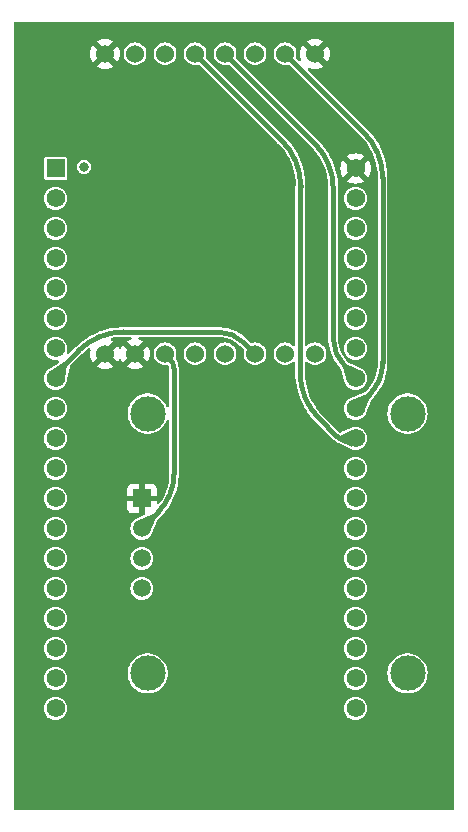
<source format=gbr>
%TF.GenerationSoftware,KiCad,Pcbnew,8.0.2-8.0.2-0~ubuntu20.04.1*%
%TF.CreationDate,2024-11-25T18:09:50+05:30*%
%TF.ProjectId,VayuVani-GS,56617975-5661-46e6-992d-47532e6b6963,rev?*%
%TF.SameCoordinates,Original*%
%TF.FileFunction,Copper,L2,Bot*%
%TF.FilePolarity,Positive*%
%FSLAX46Y46*%
G04 Gerber Fmt 4.6, Leading zero omitted, Abs format (unit mm)*
G04 Created by KiCad (PCBNEW 8.0.2-8.0.2-0~ubuntu20.04.1) date 2024-11-25 18:09:50*
%MOMM*%
%LPD*%
G01*
G04 APERTURE LIST*
%TA.AperFunction,ComponentPad*%
%ADD10C,1.524000*%
%TD*%
%TA.AperFunction,ComponentPad*%
%ADD11R,1.560000X1.560000*%
%TD*%
%TA.AperFunction,ComponentPad*%
%ADD12C,1.560000*%
%TD*%
%TA.AperFunction,ComponentPad*%
%ADD13R,1.508000X1.508000*%
%TD*%
%TA.AperFunction,ComponentPad*%
%ADD14C,1.508000*%
%TD*%
%TA.AperFunction,ComponentPad*%
%ADD15C,3.000000*%
%TD*%
%TA.AperFunction,ViaPad*%
%ADD16C,0.800000*%
%TD*%
%TA.AperFunction,Conductor*%
%ADD17C,0.400000*%
%TD*%
%TA.AperFunction,Conductor*%
%ADD18C,0.200000*%
%TD*%
G04 APERTURE END LIST*
D10*
%TO.P,U2,1,GND*%
%TO.N,GND*%
X96690000Y-80180000D03*
%TO.P,U2,2,GND*%
X99230000Y-80180000D03*
%TO.P,U2,3,3.3V*%
%TO.N,+3V3*%
X101770000Y-80180000D03*
%TO.P,U2,4,RESET*%
%TO.N,RESET*%
X104310000Y-80180000D03*
%TO.P,U2,5,DI00*%
%TO.N,DI00*%
X106850000Y-80180000D03*
%TO.P,U2,6,DI01*%
%TO.N,DI01*%
X109390000Y-80180000D03*
%TO.P,U2,7,DI02*%
%TO.N,unconnected-(U2-DI02-Pad7)*%
X111930000Y-80180000D03*
%TO.P,U2,8,DI03*%
%TO.N,unconnected-(U2-DI03-Pad8)*%
X114470000Y-80180000D03*
%TO.P,U2,9,GND*%
%TO.N,GND*%
X96690000Y-54780000D03*
%TO.P,U2,10,DI04*%
%TO.N,unconnected-(U2-DI04-Pad10)*%
X99230000Y-54780000D03*
%TO.P,U2,11,DI05*%
%TO.N,unconnected-(U2-DI05-Pad11)*%
X101770000Y-54780000D03*
%TO.P,U2,12,SCK*%
%TO.N,SCK*%
X104310000Y-54780000D03*
%TO.P,U2,13,MISO*%
%TO.N,MISO*%
X106850000Y-54780000D03*
%TO.P,U2,14,MOSI*%
%TO.N,MOSI*%
X109390000Y-54780000D03*
%TO.P,U2,15,NSS*%
%TO.N,NSS*%
X111930000Y-54780000D03*
%TO.P,U2,16,GND*%
%TO.N,GND*%
X114470000Y-54780000D03*
%TD*%
D11*
%TO.P,U1,J2-1,3V3*%
%TO.N,+3V3*%
X92504000Y-64490000D03*
D12*
%TO.P,U1,J2-2,EN*%
%TO.N,unconnected-(U1-EN-PadJ2-2)*%
X92504000Y-67030000D03*
%TO.P,U1,J2-3,SENSOR_VP*%
%TO.N,unconnected-(U1-SENSOR_VP-PadJ2-3)*%
X92504000Y-69570000D03*
%TO.P,U1,J2-4,SENSOR_VN*%
%TO.N,unconnected-(U1-SENSOR_VN-PadJ2-4)*%
X92504000Y-72110000D03*
%TO.P,U1,J2-5,IO34*%
%TO.N,unconnected-(U1-IO34-PadJ2-5)*%
X92504000Y-74650000D03*
%TO.P,U1,J2-6,IO35*%
%TO.N,unconnected-(U1-IO35-PadJ2-6)*%
X92504000Y-77190000D03*
%TO.P,U1,J2-7,IO32*%
%TO.N,unconnected-(U1-IO32-PadJ2-7)*%
X92504000Y-79730000D03*
%TO.P,U1,J2-8,IO33*%
%TO.N,DI01*%
X92504000Y-82270000D03*
%TO.P,U1,J2-9,IO25*%
%TO.N,unconnected-(U1-IO25-PadJ2-9)*%
X92504000Y-84810000D03*
%TO.P,U1,J2-10,IO26*%
%TO.N,DI00*%
X92504000Y-87350000D03*
%TO.P,U1,J2-11,IO27*%
%TO.N,MOSI*%
X92504000Y-89890000D03*
%TO.P,U1,J2-12,IO14*%
%TO.N,RESET*%
X92504000Y-92430000D03*
%TO.P,U1,J2-13,IO12*%
%TO.N,unconnected-(U1-IO12-PadJ2-13)*%
X92504000Y-94970000D03*
%TO.P,U1,J2-14,GND1*%
%TO.N,unconnected-(U1-GND1-PadJ2-14)*%
X92504000Y-97510000D03*
%TO.P,U1,J2-15,IO13*%
%TO.N,unconnected-(U1-IO13-PadJ2-15)*%
X92504000Y-100050000D03*
%TO.P,U1,J2-16,SD2*%
%TO.N,unconnected-(U1-SD2-PadJ2-16)*%
X92504000Y-102590000D03*
%TO.P,U1,J2-17,SD3*%
%TO.N,unconnected-(U1-SD3-PadJ2-17)*%
X92504000Y-105130000D03*
%TO.P,U1,J2-18,CMD*%
%TO.N,unconnected-(U1-CMD-PadJ2-18)*%
X92504000Y-107670000D03*
%TO.P,U1,J2-19,EXT_5V*%
%TO.N,unconnected-(U1-EXT_5V-PadJ2-19)*%
X92504000Y-110210000D03*
%TO.P,U1,J3-1,GND3*%
%TO.N,GND*%
X117904000Y-64490000D03*
%TO.P,U1,J3-2,IO23*%
%TO.N,unconnected-(U1-IO23-PadJ3-2)*%
X117904000Y-67030000D03*
%TO.P,U1,J3-3,IO22*%
%TO.N,SCL*%
X117904000Y-69570000D03*
%TO.P,U1,J3-4,TXD0*%
%TO.N,unconnected-(U1-TXD0-PadJ3-4)*%
X117904000Y-72110000D03*
%TO.P,U1,J3-5,RXD0*%
%TO.N,unconnected-(U1-RXD0-PadJ3-5)*%
X117904000Y-74650000D03*
%TO.P,U1,J3-6,IO21*%
%TO.N,SDA*%
X117904000Y-77190000D03*
%TO.P,U1,J3-7,GND2*%
%TO.N,unconnected-(U1-GND2-PadJ3-7)*%
X117904000Y-79730000D03*
%TO.P,U1,J3-8,IO19*%
%TO.N,MISO*%
X117904000Y-82270000D03*
%TO.P,U1,J3-9,IO18*%
%TO.N,NSS*%
X117904000Y-84810000D03*
%TO.P,U1,J3-10,IO5*%
%TO.N,SCK*%
X117904000Y-87350000D03*
%TO.P,U1,J3-11,IO17*%
%TO.N,unconnected-(U1-IO17-PadJ3-11)*%
X117904000Y-89890000D03*
%TO.P,U1,J3-12,IO16*%
%TO.N,unconnected-(U1-IO16-PadJ3-12)*%
X117904000Y-92430000D03*
%TO.P,U1,J3-13,IO4*%
%TO.N,unconnected-(U1-IO4-PadJ3-13)*%
X117904000Y-94970000D03*
%TO.P,U1,J3-14,IO0*%
%TO.N,unconnected-(U1-IO0-PadJ3-14)*%
X117904000Y-97510000D03*
%TO.P,U1,J3-15,IO2*%
%TO.N,unconnected-(U1-IO2-PadJ3-15)*%
X117904000Y-100050000D03*
%TO.P,U1,J3-16,IO15*%
%TO.N,unconnected-(U1-IO15-PadJ3-16)*%
X117904000Y-102590000D03*
%TO.P,U1,J3-17,SD1*%
%TO.N,unconnected-(U1-SD1-PadJ3-17)*%
X117904000Y-105130000D03*
%TO.P,U1,J3-18,SD0*%
%TO.N,unconnected-(U1-SD0-PadJ3-18)*%
X117904000Y-107670000D03*
%TO.P,U1,J3-19,CLK*%
%TO.N,unconnected-(U1-CLK-PadJ3-19)*%
X117904000Y-110210000D03*
%TD*%
D13*
%TO.P,U3,1,GND*%
%TO.N,GND*%
X99802500Y-92430000D03*
D14*
%TO.P,U3,2,VCC_IN*%
%TO.N,+3V3*%
X99802500Y-94970000D03*
%TO.P,U3,3,SCL*%
%TO.N,SCL*%
X99802500Y-97510000D03*
%TO.P,U3,4,SDA*%
%TO.N,SDA*%
X99802500Y-100050000D03*
D15*
%TO.P,U3,S1*%
%TO.N,N/C*%
X100302500Y-85240000D03*
%TO.P,U3,S2*%
X100302500Y-107240000D03*
%TO.P,U3,S3*%
X122302500Y-107240000D03*
%TO.P,U3,S4*%
X122302500Y-85240000D03*
%TD*%
D16*
%TO.N,GND*%
X96690000Y-56580000D03*
X116530000Y-62200000D03*
X117010000Y-54800000D03*
X97130000Y-93930000D03*
X99240000Y-81920000D03*
%TO.N,+3V3*%
X94910000Y-64340000D03*
%TD*%
D17*
%TO.N,SCK*%
X117621540Y-87403231D02*
X117652559Y-87372211D01*
X113260000Y-65983963D02*
X113235000Y-66008963D01*
D18*
X117787466Y-87350000D02*
X117904000Y-87350000D01*
D17*
X111666207Y-62136207D02*
X104310000Y-54780000D01*
X113210000Y-81806036D02*
X113210000Y-66069318D01*
X117087386Y-87460000D02*
X117484489Y-87460000D01*
X114803792Y-85653792D02*
X116272437Y-87122437D01*
X113235000Y-66008963D02*
G75*
G03*
X113210026Y-66069318I60400J-60337D01*
G01*
X117714680Y-87348231D02*
G75*
G03*
X117787466Y-87349999I72820J1498831D01*
G01*
X117714680Y-87348231D02*
G75*
G03*
X117652574Y-87372226I-3980J-82069D01*
G01*
X113260000Y-65983963D02*
G75*
G03*
X111666199Y-62136215I-5441600J-37D01*
G01*
X117087386Y-87460000D02*
G75*
G02*
X116272446Y-87122428I14J1152500D01*
G01*
X117484489Y-87460000D02*
G75*
G03*
X117621542Y-87403233I11J193800D01*
G01*
X114803792Y-85653792D02*
G75*
G02*
X113209989Y-81806036I3847808J3847792D01*
G01*
D18*
%TO.N,DI01*%
X92504000Y-82063000D02*
X92504000Y-82270000D01*
D17*
X94436206Y-79923792D02*
X92650371Y-81709628D01*
X98283963Y-78330000D02*
X106231852Y-78330000D01*
X108465000Y-79255000D02*
X109390000Y-80180000D01*
X94436206Y-79923792D02*
G75*
G02*
X98283963Y-78329988I3847794J-3847808D01*
G01*
X108465000Y-79255000D02*
G75*
G03*
X106231852Y-78330020I-2233100J-2233100D01*
G01*
X92504000Y-82063000D02*
G75*
G02*
X92650380Y-81709637I499700J0D01*
G01*
%TO.N,+3V3*%
X102150999Y-80560999D02*
X101770000Y-80180000D01*
X102531999Y-81480813D02*
X102531999Y-90310453D01*
X101167249Y-93605250D02*
X99802500Y-94970000D01*
X102531999Y-81480813D02*
G75*
G03*
X102151003Y-80560995I-1300799J13D01*
G01*
X101167249Y-93605250D02*
G75*
G03*
X102531979Y-90310453I-3294749J3294750D01*
G01*
%TO.N,MISO*%
X114416207Y-62346207D02*
X106850000Y-54780000D01*
D18*
X117904000Y-82191052D02*
X117904000Y-82270000D01*
D17*
X116957000Y-81165105D02*
X117848175Y-82056280D01*
X116010000Y-66193963D02*
X116010000Y-78878844D01*
X116010000Y-66193963D02*
G75*
G03*
X114416199Y-62346215I-5441600J-37D01*
G01*
X116957000Y-81165105D02*
G75*
G02*
X116009980Y-78878844I2286300J2286305D01*
G01*
X117904000Y-82191052D02*
G75*
G03*
X117848152Y-82056303I-190600J-48D01*
G01*
%TO.N,NSS*%
X118606207Y-61456207D02*
X111930000Y-54780000D01*
X120200000Y-65303963D02*
X120200000Y-80890482D01*
X119052000Y-83662000D02*
X117904000Y-84810000D01*
X119052000Y-83662000D02*
G75*
G03*
X120199993Y-80890482I-2771500J2771500D01*
G01*
X120200000Y-65303963D02*
G75*
G03*
X118606199Y-61456215I-5441600J-37D01*
G01*
%TD*%
%TA.AperFunction,Conductor*%
%TO.N,GND*%
G36*
X98888778Y-78750185D02*
G01*
X98934533Y-78802989D01*
X98944477Y-78872147D01*
X98915452Y-78935703D01*
X98856674Y-78973477D01*
X98853833Y-78974275D01*
X98796726Y-78989576D01*
X98796720Y-78989579D01*
X98596590Y-79082901D01*
X98531811Y-79128258D01*
X99202553Y-79799000D01*
X99179840Y-79799000D01*
X99082939Y-79824964D01*
X98996060Y-79875124D01*
X98925124Y-79946060D01*
X98874964Y-80032939D01*
X98849000Y-80129840D01*
X98849000Y-80152553D01*
X98178258Y-79481811D01*
X98132901Y-79546590D01*
X98072382Y-79676373D01*
X98026209Y-79728812D01*
X97959016Y-79747964D01*
X97892135Y-79727748D01*
X97847618Y-79676373D01*
X97787096Y-79546586D01*
X97741741Y-79481811D01*
X97741740Y-79481810D01*
X97071000Y-80152551D01*
X97071000Y-80129840D01*
X97045036Y-80032939D01*
X96994876Y-79946060D01*
X96923940Y-79875124D01*
X96837061Y-79824964D01*
X96740160Y-79799000D01*
X96717446Y-79799000D01*
X97388188Y-79128258D01*
X97323411Y-79082901D01*
X97323409Y-79082900D01*
X97281691Y-79063447D01*
X97229252Y-79017275D01*
X97210100Y-78950081D01*
X97230316Y-78883200D01*
X97283481Y-78837866D01*
X97309898Y-78829449D01*
X97490620Y-78793500D01*
X97500186Y-78791985D01*
X97883629Y-78746600D01*
X97893296Y-78745839D01*
X98281218Y-78730596D01*
X98286087Y-78730500D01*
X98821739Y-78730500D01*
X98888778Y-78750185D01*
G37*
%TD.AperFunction*%
%TA.AperFunction,Conductor*%
G36*
X126212539Y-52080185D02*
G01*
X126258294Y-52132989D01*
X126269500Y-52184500D01*
X126269500Y-118665500D01*
X126249815Y-118732539D01*
X126197011Y-118778294D01*
X126145500Y-118789500D01*
X89064500Y-118789500D01*
X88997461Y-118769815D01*
X88951706Y-118717011D01*
X88940500Y-118665500D01*
X88940500Y-110210000D01*
X91518756Y-110210000D01*
X91537686Y-110402210D01*
X91537687Y-110402212D01*
X91593753Y-110587037D01*
X91684800Y-110757372D01*
X91684802Y-110757374D01*
X91807326Y-110906673D01*
X91897507Y-110980681D01*
X91956628Y-111029200D01*
X92126963Y-111120247D01*
X92311788Y-111176313D01*
X92504000Y-111195244D01*
X92696212Y-111176313D01*
X92881037Y-111120247D01*
X93051372Y-111029200D01*
X93200673Y-110906673D01*
X93323200Y-110757372D01*
X93414247Y-110587037D01*
X93470313Y-110402212D01*
X93489244Y-110210000D01*
X116918756Y-110210000D01*
X116937686Y-110402210D01*
X116937687Y-110402212D01*
X116993753Y-110587037D01*
X117084800Y-110757372D01*
X117084802Y-110757374D01*
X117207326Y-110906673D01*
X117297507Y-110980681D01*
X117356628Y-111029200D01*
X117526963Y-111120247D01*
X117711788Y-111176313D01*
X117904000Y-111195244D01*
X118096212Y-111176313D01*
X118281037Y-111120247D01*
X118451372Y-111029200D01*
X118600673Y-110906673D01*
X118723200Y-110757372D01*
X118814247Y-110587037D01*
X118870313Y-110402212D01*
X118889244Y-110210000D01*
X118870313Y-110017788D01*
X118814247Y-109832963D01*
X118723200Y-109662628D01*
X118674681Y-109603507D01*
X118600673Y-109513326D01*
X118451374Y-109390802D01*
X118451375Y-109390802D01*
X118451372Y-109390800D01*
X118281037Y-109299753D01*
X118188624Y-109271720D01*
X118096210Y-109243686D01*
X117904000Y-109224756D01*
X117711789Y-109243686D01*
X117526960Y-109299754D01*
X117424154Y-109354706D01*
X117356628Y-109390800D01*
X117356626Y-109390801D01*
X117356625Y-109390802D01*
X117207326Y-109513326D01*
X117084802Y-109662625D01*
X116993754Y-109832960D01*
X116937686Y-110017789D01*
X116918756Y-110210000D01*
X93489244Y-110210000D01*
X93470313Y-110017788D01*
X93414247Y-109832963D01*
X93323200Y-109662628D01*
X93274681Y-109603507D01*
X93200673Y-109513326D01*
X93051374Y-109390802D01*
X93051375Y-109390802D01*
X93051372Y-109390800D01*
X92881037Y-109299753D01*
X92788624Y-109271720D01*
X92696210Y-109243686D01*
X92504000Y-109224756D01*
X92311789Y-109243686D01*
X92126960Y-109299754D01*
X92024154Y-109354706D01*
X91956628Y-109390800D01*
X91956626Y-109390801D01*
X91956625Y-109390802D01*
X91807326Y-109513326D01*
X91684802Y-109662625D01*
X91593754Y-109832960D01*
X91537686Y-110017789D01*
X91518756Y-110210000D01*
X88940500Y-110210000D01*
X88940500Y-107670000D01*
X91518756Y-107670000D01*
X91537686Y-107862210D01*
X91537687Y-107862212D01*
X91593753Y-108047037D01*
X91684800Y-108217372D01*
X91684802Y-108217374D01*
X91807326Y-108366673D01*
X91897507Y-108440681D01*
X91956628Y-108489200D01*
X92126963Y-108580247D01*
X92311788Y-108636313D01*
X92504000Y-108655244D01*
X92696212Y-108636313D01*
X92881037Y-108580247D01*
X93051372Y-108489200D01*
X93200673Y-108366673D01*
X93323200Y-108217372D01*
X93414247Y-108047037D01*
X93470313Y-107862212D01*
X93489244Y-107670000D01*
X93470313Y-107477788D01*
X93414247Y-107292963D01*
X93385935Y-107239995D01*
X98597232Y-107239995D01*
X98597232Y-107240004D01*
X98616277Y-107494154D01*
X98616278Y-107494157D01*
X98672992Y-107742637D01*
X98766107Y-107979888D01*
X98893541Y-108200612D01*
X99052450Y-108399877D01*
X99239283Y-108573232D01*
X99449866Y-108716805D01*
X99449871Y-108716807D01*
X99449872Y-108716808D01*
X99449873Y-108716809D01*
X99571828Y-108775538D01*
X99679492Y-108827387D01*
X99679493Y-108827387D01*
X99679496Y-108827389D01*
X99923042Y-108902513D01*
X100175065Y-108940500D01*
X100429935Y-108940500D01*
X100681958Y-108902513D01*
X100925504Y-108827389D01*
X101155134Y-108716805D01*
X101365717Y-108573232D01*
X101552550Y-108399877D01*
X101711459Y-108200612D01*
X101838893Y-107979888D01*
X101932008Y-107742637D01*
X101948587Y-107670000D01*
X116918756Y-107670000D01*
X116937686Y-107862210D01*
X116937687Y-107862212D01*
X116993753Y-108047037D01*
X117084800Y-108217372D01*
X117084802Y-108217374D01*
X117207326Y-108366673D01*
X117297507Y-108440681D01*
X117356628Y-108489200D01*
X117526963Y-108580247D01*
X117711788Y-108636313D01*
X117904000Y-108655244D01*
X118096212Y-108636313D01*
X118281037Y-108580247D01*
X118451372Y-108489200D01*
X118600673Y-108366673D01*
X118723200Y-108217372D01*
X118814247Y-108047037D01*
X118870313Y-107862212D01*
X118889244Y-107670000D01*
X118870313Y-107477788D01*
X118814247Y-107292963D01*
X118785935Y-107239995D01*
X120597232Y-107239995D01*
X120597232Y-107240004D01*
X120616277Y-107494154D01*
X120616278Y-107494157D01*
X120672992Y-107742637D01*
X120766107Y-107979888D01*
X120893541Y-108200612D01*
X121052450Y-108399877D01*
X121239283Y-108573232D01*
X121449866Y-108716805D01*
X121449871Y-108716807D01*
X121449872Y-108716808D01*
X121449873Y-108716809D01*
X121571828Y-108775538D01*
X121679492Y-108827387D01*
X121679493Y-108827387D01*
X121679496Y-108827389D01*
X121923042Y-108902513D01*
X122175065Y-108940500D01*
X122429935Y-108940500D01*
X122681958Y-108902513D01*
X122925504Y-108827389D01*
X123155134Y-108716805D01*
X123365717Y-108573232D01*
X123552550Y-108399877D01*
X123711459Y-108200612D01*
X123838893Y-107979888D01*
X123932008Y-107742637D01*
X123988722Y-107494157D01*
X124007768Y-107240000D01*
X123998972Y-107122628D01*
X123988722Y-106985845D01*
X123957899Y-106850802D01*
X123932008Y-106737363D01*
X123838893Y-106500112D01*
X123711459Y-106279388D01*
X123552550Y-106080123D01*
X123365717Y-105906768D01*
X123155134Y-105763195D01*
X123155130Y-105763193D01*
X123155127Y-105763191D01*
X123155126Y-105763190D01*
X122925506Y-105652612D01*
X122925508Y-105652612D01*
X122681966Y-105577489D01*
X122681962Y-105577488D01*
X122681958Y-105577487D01*
X122560731Y-105559214D01*
X122429940Y-105539500D01*
X122429935Y-105539500D01*
X122175065Y-105539500D01*
X122175059Y-105539500D01*
X122018109Y-105563157D01*
X121923042Y-105577487D01*
X121923039Y-105577488D01*
X121923033Y-105577489D01*
X121679492Y-105652612D01*
X121449873Y-105763190D01*
X121449872Y-105763191D01*
X121239282Y-105906768D01*
X121052452Y-106080121D01*
X121052450Y-106080123D01*
X120893541Y-106279388D01*
X120766108Y-106500109D01*
X120672992Y-106737362D01*
X120672990Y-106737369D01*
X120616277Y-106985845D01*
X120597232Y-107239995D01*
X118785935Y-107239995D01*
X118723200Y-107122628D01*
X118674681Y-107063507D01*
X118600673Y-106973326D01*
X118451374Y-106850802D01*
X118451375Y-106850802D01*
X118451372Y-106850800D01*
X118281037Y-106759753D01*
X118188624Y-106731720D01*
X118096210Y-106703686D01*
X117904000Y-106684756D01*
X117711789Y-106703686D01*
X117526960Y-106759754D01*
X117424154Y-106814706D01*
X117356628Y-106850800D01*
X117356626Y-106850801D01*
X117356625Y-106850802D01*
X117207326Y-106973326D01*
X117084802Y-107122625D01*
X116993754Y-107292960D01*
X116937686Y-107477789D01*
X116918756Y-107670000D01*
X101948587Y-107670000D01*
X101988722Y-107494157D01*
X102007768Y-107240000D01*
X101998972Y-107122628D01*
X101988722Y-106985845D01*
X101957899Y-106850802D01*
X101932008Y-106737363D01*
X101838893Y-106500112D01*
X101711459Y-106279388D01*
X101552550Y-106080123D01*
X101365717Y-105906768D01*
X101155134Y-105763195D01*
X101155130Y-105763193D01*
X101155127Y-105763191D01*
X101155126Y-105763190D01*
X100925506Y-105652612D01*
X100925508Y-105652612D01*
X100681966Y-105577489D01*
X100681962Y-105577488D01*
X100681958Y-105577487D01*
X100560731Y-105559214D01*
X100429940Y-105539500D01*
X100429935Y-105539500D01*
X100175065Y-105539500D01*
X100175059Y-105539500D01*
X100018109Y-105563157D01*
X99923042Y-105577487D01*
X99923039Y-105577488D01*
X99923033Y-105577489D01*
X99679492Y-105652612D01*
X99449873Y-105763190D01*
X99449872Y-105763191D01*
X99239282Y-105906768D01*
X99052452Y-106080121D01*
X99052450Y-106080123D01*
X98893541Y-106279388D01*
X98766108Y-106500109D01*
X98672992Y-106737362D01*
X98672990Y-106737369D01*
X98616277Y-106985845D01*
X98597232Y-107239995D01*
X93385935Y-107239995D01*
X93323200Y-107122628D01*
X93274681Y-107063507D01*
X93200673Y-106973326D01*
X93051374Y-106850802D01*
X93051375Y-106850802D01*
X93051372Y-106850800D01*
X92881037Y-106759753D01*
X92788624Y-106731720D01*
X92696210Y-106703686D01*
X92504000Y-106684756D01*
X92311789Y-106703686D01*
X92126960Y-106759754D01*
X92024154Y-106814706D01*
X91956628Y-106850800D01*
X91956626Y-106850801D01*
X91956625Y-106850802D01*
X91807326Y-106973326D01*
X91684802Y-107122625D01*
X91593754Y-107292960D01*
X91537686Y-107477789D01*
X91518756Y-107670000D01*
X88940500Y-107670000D01*
X88940500Y-105130000D01*
X91518756Y-105130000D01*
X91537686Y-105322210D01*
X91537687Y-105322212D01*
X91593753Y-105507037D01*
X91684800Y-105677372D01*
X91684802Y-105677374D01*
X91807326Y-105826673D01*
X91897507Y-105900681D01*
X91956628Y-105949200D01*
X92126963Y-106040247D01*
X92311788Y-106096313D01*
X92504000Y-106115244D01*
X92696212Y-106096313D01*
X92881037Y-106040247D01*
X93051372Y-105949200D01*
X93200673Y-105826673D01*
X93323200Y-105677372D01*
X93414247Y-105507037D01*
X93470313Y-105322212D01*
X93489244Y-105130000D01*
X116918756Y-105130000D01*
X116937686Y-105322210D01*
X116937687Y-105322212D01*
X116993753Y-105507037D01*
X117084800Y-105677372D01*
X117084802Y-105677374D01*
X117207326Y-105826673D01*
X117297507Y-105900681D01*
X117356628Y-105949200D01*
X117526963Y-106040247D01*
X117711788Y-106096313D01*
X117904000Y-106115244D01*
X118096212Y-106096313D01*
X118281037Y-106040247D01*
X118451372Y-105949200D01*
X118600673Y-105826673D01*
X118723200Y-105677372D01*
X118814247Y-105507037D01*
X118870313Y-105322212D01*
X118889244Y-105130000D01*
X118870313Y-104937788D01*
X118814247Y-104752963D01*
X118723200Y-104582628D01*
X118674681Y-104523507D01*
X118600673Y-104433326D01*
X118451374Y-104310802D01*
X118451375Y-104310802D01*
X118451372Y-104310800D01*
X118281037Y-104219753D01*
X118188624Y-104191720D01*
X118096210Y-104163686D01*
X117904000Y-104144756D01*
X117711789Y-104163686D01*
X117526960Y-104219754D01*
X117424154Y-104274706D01*
X117356628Y-104310800D01*
X117356626Y-104310801D01*
X117356625Y-104310802D01*
X117207326Y-104433326D01*
X117084802Y-104582625D01*
X116993754Y-104752960D01*
X116937686Y-104937789D01*
X116918756Y-105130000D01*
X93489244Y-105130000D01*
X93470313Y-104937788D01*
X93414247Y-104752963D01*
X93323200Y-104582628D01*
X93274681Y-104523507D01*
X93200673Y-104433326D01*
X93051374Y-104310802D01*
X93051375Y-104310802D01*
X93051372Y-104310800D01*
X92881037Y-104219753D01*
X92788624Y-104191720D01*
X92696210Y-104163686D01*
X92504000Y-104144756D01*
X92311789Y-104163686D01*
X92126960Y-104219754D01*
X92024154Y-104274706D01*
X91956628Y-104310800D01*
X91956626Y-104310801D01*
X91956625Y-104310802D01*
X91807326Y-104433326D01*
X91684802Y-104582625D01*
X91593754Y-104752960D01*
X91537686Y-104937789D01*
X91518756Y-105130000D01*
X88940500Y-105130000D01*
X88940500Y-102590000D01*
X91518756Y-102590000D01*
X91537686Y-102782210D01*
X91537687Y-102782212D01*
X91593753Y-102967037D01*
X91684800Y-103137372D01*
X91684802Y-103137374D01*
X91807326Y-103286673D01*
X91897507Y-103360681D01*
X91956628Y-103409200D01*
X92126963Y-103500247D01*
X92311788Y-103556313D01*
X92504000Y-103575244D01*
X92696212Y-103556313D01*
X92881037Y-103500247D01*
X93051372Y-103409200D01*
X93200673Y-103286673D01*
X93323200Y-103137372D01*
X93414247Y-102967037D01*
X93470313Y-102782212D01*
X93489244Y-102590000D01*
X116918756Y-102590000D01*
X116937686Y-102782210D01*
X116937687Y-102782212D01*
X116993753Y-102967037D01*
X117084800Y-103137372D01*
X117084802Y-103137374D01*
X117207326Y-103286673D01*
X117297507Y-103360681D01*
X117356628Y-103409200D01*
X117526963Y-103500247D01*
X117711788Y-103556313D01*
X117904000Y-103575244D01*
X118096212Y-103556313D01*
X118281037Y-103500247D01*
X118451372Y-103409200D01*
X118600673Y-103286673D01*
X118723200Y-103137372D01*
X118814247Y-102967037D01*
X118870313Y-102782212D01*
X118889244Y-102590000D01*
X118870313Y-102397788D01*
X118814247Y-102212963D01*
X118723200Y-102042628D01*
X118674681Y-101983507D01*
X118600673Y-101893326D01*
X118451374Y-101770802D01*
X118451375Y-101770802D01*
X118451372Y-101770800D01*
X118281037Y-101679753D01*
X118188624Y-101651720D01*
X118096210Y-101623686D01*
X117904000Y-101604756D01*
X117711789Y-101623686D01*
X117526960Y-101679754D01*
X117424154Y-101734706D01*
X117356628Y-101770800D01*
X117356626Y-101770801D01*
X117356625Y-101770802D01*
X117207326Y-101893326D01*
X117084802Y-102042625D01*
X116993754Y-102212960D01*
X116937686Y-102397789D01*
X116918756Y-102590000D01*
X93489244Y-102590000D01*
X93470313Y-102397788D01*
X93414247Y-102212963D01*
X93323200Y-102042628D01*
X93274681Y-101983507D01*
X93200673Y-101893326D01*
X93051374Y-101770802D01*
X93051375Y-101770802D01*
X93051372Y-101770800D01*
X92881037Y-101679753D01*
X92788624Y-101651720D01*
X92696210Y-101623686D01*
X92504000Y-101604756D01*
X92311789Y-101623686D01*
X92126960Y-101679754D01*
X92024154Y-101734706D01*
X91956628Y-101770800D01*
X91956626Y-101770801D01*
X91956625Y-101770802D01*
X91807326Y-101893326D01*
X91684802Y-102042625D01*
X91593754Y-102212960D01*
X91537686Y-102397789D01*
X91518756Y-102590000D01*
X88940500Y-102590000D01*
X88940500Y-100050000D01*
X91518756Y-100050000D01*
X91537686Y-100242210D01*
X91537687Y-100242212D01*
X91593753Y-100427037D01*
X91684800Y-100597372D01*
X91684802Y-100597374D01*
X91807326Y-100746673D01*
X91897507Y-100820681D01*
X91956628Y-100869200D01*
X92126963Y-100960247D01*
X92311788Y-101016313D01*
X92504000Y-101035244D01*
X92696212Y-101016313D01*
X92881037Y-100960247D01*
X93051372Y-100869200D01*
X93200673Y-100746673D01*
X93323200Y-100597372D01*
X93414247Y-100427037D01*
X93470313Y-100242212D01*
X93489244Y-100050000D01*
X98843382Y-100050000D01*
X98861810Y-100237115D01*
X98861811Y-100237117D01*
X98916391Y-100417040D01*
X99005018Y-100582851D01*
X99005023Y-100582857D01*
X99124300Y-100728199D01*
X99269642Y-100847476D01*
X99269648Y-100847481D01*
X99435459Y-100936108D01*
X99435461Y-100936109D01*
X99615382Y-100990688D01*
X99615384Y-100990689D01*
X99632160Y-100992341D01*
X99802500Y-101009118D01*
X99989615Y-100990689D01*
X100169539Y-100936109D01*
X100230873Y-100903324D01*
X100335351Y-100847481D01*
X100335353Y-100847478D01*
X100335357Y-100847477D01*
X100480699Y-100728199D01*
X100599977Y-100582857D01*
X100599978Y-100582853D01*
X100599981Y-100582851D01*
X100655824Y-100478373D01*
X100688609Y-100417039D01*
X100743189Y-100237115D01*
X100761618Y-100050000D01*
X116918756Y-100050000D01*
X116937686Y-100242210D01*
X116937687Y-100242212D01*
X116993753Y-100427037D01*
X117084800Y-100597372D01*
X117084802Y-100597374D01*
X117207326Y-100746673D01*
X117297507Y-100820681D01*
X117356628Y-100869200D01*
X117526963Y-100960247D01*
X117711788Y-101016313D01*
X117904000Y-101035244D01*
X118096212Y-101016313D01*
X118281037Y-100960247D01*
X118451372Y-100869200D01*
X118600673Y-100746673D01*
X118723200Y-100597372D01*
X118814247Y-100427037D01*
X118870313Y-100242212D01*
X118889244Y-100050000D01*
X118870313Y-99857788D01*
X118814247Y-99672963D01*
X118723200Y-99502628D01*
X118674681Y-99443507D01*
X118600673Y-99353326D01*
X118451374Y-99230802D01*
X118451375Y-99230802D01*
X118451372Y-99230800D01*
X118281037Y-99139753D01*
X118180680Y-99109310D01*
X118096210Y-99083686D01*
X117904000Y-99064756D01*
X117711789Y-99083686D01*
X117526960Y-99139754D01*
X117481804Y-99163891D01*
X117356628Y-99230800D01*
X117356626Y-99230801D01*
X117356625Y-99230802D01*
X117207326Y-99353326D01*
X117084802Y-99502625D01*
X117084800Y-99502628D01*
X117077039Y-99517148D01*
X116993754Y-99672960D01*
X116937686Y-99857789D01*
X116918756Y-100050000D01*
X100761618Y-100050000D01*
X100743189Y-99862885D01*
X100688609Y-99682961D01*
X100683263Y-99672960D01*
X100599981Y-99517148D01*
X100599976Y-99517142D01*
X100480699Y-99371800D01*
X100335357Y-99252523D01*
X100335351Y-99252518D01*
X100169540Y-99163891D01*
X99989617Y-99109311D01*
X99989615Y-99109310D01*
X99802500Y-99090882D01*
X99615384Y-99109310D01*
X99615382Y-99109311D01*
X99435459Y-99163891D01*
X99269648Y-99252518D01*
X99269642Y-99252523D01*
X99124300Y-99371800D01*
X99005023Y-99517142D01*
X99005018Y-99517148D01*
X98916391Y-99682959D01*
X98861811Y-99862882D01*
X98861810Y-99862884D01*
X98843382Y-100050000D01*
X93489244Y-100050000D01*
X93470313Y-99857788D01*
X93414247Y-99672963D01*
X93323200Y-99502628D01*
X93274681Y-99443507D01*
X93200673Y-99353326D01*
X93051374Y-99230802D01*
X93051375Y-99230802D01*
X93051372Y-99230800D01*
X92881037Y-99139753D01*
X92780680Y-99109310D01*
X92696210Y-99083686D01*
X92504000Y-99064756D01*
X92311789Y-99083686D01*
X92126960Y-99139754D01*
X92081804Y-99163891D01*
X91956628Y-99230800D01*
X91956626Y-99230801D01*
X91956625Y-99230802D01*
X91807326Y-99353326D01*
X91684802Y-99502625D01*
X91684800Y-99502628D01*
X91677039Y-99517148D01*
X91593754Y-99672960D01*
X91537686Y-99857789D01*
X91518756Y-100050000D01*
X88940500Y-100050000D01*
X88940500Y-97510000D01*
X91518756Y-97510000D01*
X91537686Y-97702210D01*
X91537687Y-97702212D01*
X91593753Y-97887037D01*
X91684800Y-98057372D01*
X91684802Y-98057374D01*
X91807326Y-98206673D01*
X91897507Y-98280681D01*
X91956628Y-98329200D01*
X92126963Y-98420247D01*
X92311788Y-98476313D01*
X92504000Y-98495244D01*
X92696212Y-98476313D01*
X92881037Y-98420247D01*
X93051372Y-98329200D01*
X93200673Y-98206673D01*
X93323200Y-98057372D01*
X93414247Y-97887037D01*
X93470313Y-97702212D01*
X93489244Y-97510000D01*
X98843382Y-97510000D01*
X98861810Y-97697115D01*
X98861811Y-97697117D01*
X98916391Y-97877040D01*
X99005018Y-98042851D01*
X99005023Y-98042857D01*
X99124300Y-98188199D01*
X99269642Y-98307476D01*
X99269648Y-98307481D01*
X99435459Y-98396108D01*
X99435461Y-98396109D01*
X99615382Y-98450688D01*
X99615384Y-98450689D01*
X99632160Y-98452341D01*
X99802500Y-98469118D01*
X99989615Y-98450689D01*
X100169539Y-98396109D01*
X100230873Y-98363324D01*
X100335351Y-98307481D01*
X100335353Y-98307478D01*
X100335357Y-98307477D01*
X100480699Y-98188199D01*
X100599977Y-98042857D01*
X100599978Y-98042853D01*
X100599981Y-98042851D01*
X100655824Y-97938373D01*
X100688609Y-97877039D01*
X100743189Y-97697115D01*
X100761618Y-97510000D01*
X116918756Y-97510000D01*
X116937686Y-97702210D01*
X116937687Y-97702212D01*
X116993753Y-97887037D01*
X117084800Y-98057372D01*
X117084802Y-98057374D01*
X117207326Y-98206673D01*
X117297507Y-98280681D01*
X117356628Y-98329200D01*
X117526963Y-98420247D01*
X117711788Y-98476313D01*
X117904000Y-98495244D01*
X118096212Y-98476313D01*
X118281037Y-98420247D01*
X118451372Y-98329200D01*
X118600673Y-98206673D01*
X118723200Y-98057372D01*
X118814247Y-97887037D01*
X118870313Y-97702212D01*
X118889244Y-97510000D01*
X118870313Y-97317788D01*
X118814247Y-97132963D01*
X118723200Y-96962628D01*
X118674681Y-96903507D01*
X118600673Y-96813326D01*
X118451374Y-96690802D01*
X118451375Y-96690802D01*
X118451372Y-96690800D01*
X118281037Y-96599753D01*
X118180680Y-96569310D01*
X118096210Y-96543686D01*
X117904000Y-96524756D01*
X117711789Y-96543686D01*
X117526960Y-96599754D01*
X117481804Y-96623891D01*
X117356628Y-96690800D01*
X117356626Y-96690801D01*
X117356625Y-96690802D01*
X117207326Y-96813326D01*
X117084802Y-96962625D01*
X117084800Y-96962628D01*
X117077039Y-96977148D01*
X116993754Y-97132960D01*
X116937686Y-97317789D01*
X116918756Y-97510000D01*
X100761618Y-97510000D01*
X100743189Y-97322885D01*
X100688609Y-97142961D01*
X100683263Y-97132960D01*
X100599981Y-96977148D01*
X100599976Y-96977142D01*
X100480699Y-96831800D01*
X100335357Y-96712523D01*
X100335351Y-96712518D01*
X100169540Y-96623891D01*
X99989617Y-96569311D01*
X99989615Y-96569310D01*
X99802500Y-96550882D01*
X99615384Y-96569310D01*
X99615382Y-96569311D01*
X99435459Y-96623891D01*
X99269648Y-96712518D01*
X99269642Y-96712523D01*
X99124300Y-96831800D01*
X99005023Y-96977142D01*
X99005018Y-96977148D01*
X98916391Y-97142959D01*
X98861811Y-97322882D01*
X98861810Y-97322884D01*
X98843382Y-97510000D01*
X93489244Y-97510000D01*
X93470313Y-97317788D01*
X93414247Y-97132963D01*
X93323200Y-96962628D01*
X93274681Y-96903507D01*
X93200673Y-96813326D01*
X93051374Y-96690802D01*
X93051375Y-96690802D01*
X93051372Y-96690800D01*
X92881037Y-96599753D01*
X92780680Y-96569310D01*
X92696210Y-96543686D01*
X92504000Y-96524756D01*
X92311789Y-96543686D01*
X92126960Y-96599754D01*
X92081804Y-96623891D01*
X91956628Y-96690800D01*
X91956626Y-96690801D01*
X91956625Y-96690802D01*
X91807326Y-96813326D01*
X91684802Y-96962625D01*
X91684800Y-96962628D01*
X91677039Y-96977148D01*
X91593754Y-97132960D01*
X91537686Y-97317789D01*
X91518756Y-97510000D01*
X88940500Y-97510000D01*
X88940500Y-94970000D01*
X91518756Y-94970000D01*
X91537686Y-95162210D01*
X91537687Y-95162212D01*
X91593753Y-95347037D01*
X91684800Y-95517372D01*
X91684802Y-95517374D01*
X91807326Y-95666673D01*
X91897507Y-95740681D01*
X91956628Y-95789200D01*
X92126963Y-95880247D01*
X92311788Y-95936313D01*
X92504000Y-95955244D01*
X92696212Y-95936313D01*
X92881037Y-95880247D01*
X93051372Y-95789200D01*
X93200673Y-95666673D01*
X93323200Y-95517372D01*
X93414247Y-95347037D01*
X93470313Y-95162212D01*
X93489244Y-94970000D01*
X93470313Y-94777788D01*
X93414247Y-94592963D01*
X93323200Y-94422628D01*
X93274681Y-94363507D01*
X93200673Y-94273326D01*
X93077837Y-94172519D01*
X93051372Y-94150800D01*
X92881037Y-94059753D01*
X92788624Y-94031720D01*
X92696210Y-94003686D01*
X92504000Y-93984756D01*
X92311789Y-94003686D01*
X92126960Y-94059754D01*
X92081804Y-94083891D01*
X91956628Y-94150800D01*
X91956626Y-94150801D01*
X91956625Y-94150802D01*
X91807326Y-94273326D01*
X91684802Y-94422625D01*
X91684800Y-94422628D01*
X91677039Y-94437148D01*
X91593754Y-94592960D01*
X91537686Y-94777789D01*
X91518756Y-94970000D01*
X88940500Y-94970000D01*
X88940500Y-92430000D01*
X91518756Y-92430000D01*
X91537686Y-92622210D01*
X91537687Y-92622212D01*
X91593753Y-92807037D01*
X91684800Y-92977372D01*
X91684802Y-92977374D01*
X91807326Y-93126673D01*
X91897507Y-93200681D01*
X91956628Y-93249200D01*
X92126963Y-93340247D01*
X92311788Y-93396313D01*
X92504000Y-93415244D01*
X92696212Y-93396313D01*
X92881037Y-93340247D01*
X93051372Y-93249200D01*
X93200673Y-93126673D01*
X93323200Y-92977372D01*
X93414247Y-92807037D01*
X93470313Y-92622212D01*
X93489244Y-92430000D01*
X93470313Y-92237788D01*
X93414247Y-92052963D01*
X93323200Y-91882628D01*
X93232530Y-91772145D01*
X93200673Y-91733326D01*
X93072519Y-91628155D01*
X98548500Y-91628155D01*
X98548500Y-92180000D01*
X99369488Y-92180000D01*
X99336575Y-92237007D01*
X99302500Y-92364174D01*
X99302500Y-92495826D01*
X99336575Y-92622993D01*
X99369488Y-92680000D01*
X98548500Y-92680000D01*
X98548500Y-93231844D01*
X98554901Y-93291372D01*
X98554903Y-93291379D01*
X98605145Y-93426086D01*
X98605149Y-93426093D01*
X98691309Y-93541187D01*
X98691312Y-93541190D01*
X98806406Y-93627350D01*
X98806413Y-93627354D01*
X98941120Y-93677596D01*
X98941127Y-93677598D01*
X99000655Y-93683999D01*
X99000672Y-93684000D01*
X99552500Y-93684000D01*
X99552500Y-92863012D01*
X99609507Y-92895925D01*
X99736674Y-92930000D01*
X99868326Y-92930000D01*
X99995493Y-92895925D01*
X100052500Y-92863012D01*
X100052500Y-93710757D01*
X100053800Y-93713138D01*
X100052500Y-93731316D01*
X100052500Y-93735362D01*
X100052211Y-93735362D01*
X100048816Y-93782830D01*
X100006944Y-93838763D01*
X99980770Y-93853772D01*
X99442745Y-94080403D01*
X99435785Y-94083717D01*
X99269648Y-94172519D01*
X99269642Y-94172523D01*
X99124300Y-94291800D01*
X99005023Y-94437142D01*
X99005018Y-94437148D01*
X98916391Y-94602959D01*
X98861811Y-94782882D01*
X98861810Y-94782884D01*
X98843382Y-94970000D01*
X98861810Y-95157115D01*
X98861811Y-95157117D01*
X98916391Y-95337040D01*
X99005018Y-95502851D01*
X99005023Y-95502857D01*
X99124300Y-95648199D01*
X99269642Y-95767476D01*
X99269648Y-95767481D01*
X99435459Y-95856108D01*
X99435461Y-95856109D01*
X99615382Y-95910688D01*
X99615384Y-95910689D01*
X99632160Y-95912341D01*
X99802500Y-95929118D01*
X99989615Y-95910689D01*
X100169539Y-95856109D01*
X100230873Y-95823324D01*
X100335351Y-95767481D01*
X100335353Y-95767478D01*
X100335357Y-95767477D01*
X100480699Y-95648199D01*
X100599977Y-95502857D01*
X100688609Y-95337039D01*
X100688610Y-95337034D01*
X100688801Y-95336678D01*
X100692038Y-95329890D01*
X100692998Y-95327612D01*
X100843633Y-94970000D01*
X116918756Y-94970000D01*
X116937686Y-95162210D01*
X116937687Y-95162212D01*
X116993753Y-95347037D01*
X117084800Y-95517372D01*
X117084802Y-95517374D01*
X117207326Y-95666673D01*
X117297507Y-95740681D01*
X117356628Y-95789200D01*
X117526963Y-95880247D01*
X117711788Y-95936313D01*
X117904000Y-95955244D01*
X118096212Y-95936313D01*
X118281037Y-95880247D01*
X118451372Y-95789200D01*
X118600673Y-95666673D01*
X118723200Y-95517372D01*
X118814247Y-95347037D01*
X118870313Y-95162212D01*
X118889244Y-94970000D01*
X118870313Y-94777788D01*
X118814247Y-94592963D01*
X118723200Y-94422628D01*
X118674681Y-94363507D01*
X118600673Y-94273326D01*
X118477837Y-94172519D01*
X118451372Y-94150800D01*
X118281037Y-94059753D01*
X118188624Y-94031720D01*
X118096210Y-94003686D01*
X117904000Y-93984756D01*
X117711789Y-94003686D01*
X117526960Y-94059754D01*
X117481804Y-94083891D01*
X117356628Y-94150800D01*
X117356626Y-94150801D01*
X117356625Y-94150802D01*
X117207326Y-94273326D01*
X117084802Y-94422625D01*
X117084800Y-94422628D01*
X117077039Y-94437148D01*
X116993754Y-94592960D01*
X116937686Y-94777789D01*
X116918756Y-94970000D01*
X100843633Y-94970000D01*
X101179722Y-94172117D01*
X101206313Y-94132577D01*
X101414112Y-93924779D01*
X101414173Y-93924745D01*
X101450458Y-93888459D01*
X101450459Y-93888460D01*
X101591039Y-93747880D01*
X101731561Y-93583349D01*
X101849257Y-93445545D01*
X101849259Y-93445542D01*
X101849273Y-93445526D01*
X102082988Y-93123844D01*
X102290744Y-92784815D01*
X102471258Y-92430532D01*
X102471478Y-92430000D01*
X116918756Y-92430000D01*
X116937686Y-92622210D01*
X116937687Y-92622212D01*
X116993753Y-92807037D01*
X117084800Y-92977372D01*
X117084802Y-92977374D01*
X117207326Y-93126673D01*
X117297507Y-93200681D01*
X117356628Y-93249200D01*
X117526963Y-93340247D01*
X117711788Y-93396313D01*
X117904000Y-93415244D01*
X118096212Y-93396313D01*
X118281037Y-93340247D01*
X118451372Y-93249200D01*
X118600673Y-93126673D01*
X118723200Y-92977372D01*
X118814247Y-92807037D01*
X118870313Y-92622212D01*
X118889244Y-92430000D01*
X118870313Y-92237788D01*
X118814247Y-92052963D01*
X118723200Y-91882628D01*
X118632530Y-91772145D01*
X118600673Y-91733326D01*
X118451374Y-91610802D01*
X118451375Y-91610802D01*
X118451372Y-91610800D01*
X118281037Y-91519753D01*
X118188624Y-91491720D01*
X118096210Y-91463686D01*
X117904000Y-91444756D01*
X117711789Y-91463686D01*
X117526960Y-91519754D01*
X117435540Y-91568620D01*
X117356628Y-91610800D01*
X117356626Y-91610801D01*
X117356625Y-91610802D01*
X117207326Y-91733326D01*
X117084802Y-91882625D01*
X116993754Y-92052960D01*
X116937686Y-92237789D01*
X116918756Y-92430000D01*
X102471478Y-92430000D01*
X102623420Y-92063177D01*
X102746289Y-91685016D01*
X102839109Y-91298381D01*
X102901307Y-90905655D01*
X102932501Y-90509259D01*
X102932499Y-90310449D01*
X102932499Y-89890000D01*
X116918756Y-89890000D01*
X116937686Y-90082210D01*
X116937687Y-90082212D01*
X116993753Y-90267037D01*
X117084800Y-90437372D01*
X117084802Y-90437374D01*
X117207326Y-90586673D01*
X117297507Y-90660681D01*
X117356628Y-90709200D01*
X117526963Y-90800247D01*
X117711788Y-90856313D01*
X117904000Y-90875244D01*
X118096212Y-90856313D01*
X118281037Y-90800247D01*
X118451372Y-90709200D01*
X118600673Y-90586673D01*
X118723200Y-90437372D01*
X118814247Y-90267037D01*
X118870313Y-90082212D01*
X118889244Y-89890000D01*
X118870313Y-89697788D01*
X118814247Y-89512963D01*
X118723200Y-89342628D01*
X118674681Y-89283507D01*
X118600673Y-89193326D01*
X118451374Y-89070802D01*
X118451375Y-89070802D01*
X118451372Y-89070800D01*
X118281037Y-88979753D01*
X118188624Y-88951720D01*
X118096210Y-88923686D01*
X117904000Y-88904756D01*
X117711789Y-88923686D01*
X117526960Y-88979754D01*
X117424154Y-89034706D01*
X117356628Y-89070800D01*
X117356626Y-89070801D01*
X117356625Y-89070802D01*
X117207326Y-89193326D01*
X117084802Y-89342625D01*
X116993754Y-89512960D01*
X116937686Y-89697789D01*
X116918756Y-89890000D01*
X102932499Y-89890000D01*
X102932499Y-81428086D01*
X102932499Y-81419485D01*
X102932493Y-81419401D01*
X102932493Y-81402836D01*
X102932494Y-81369307D01*
X102903385Y-81148194D01*
X102901592Y-81141503D01*
X102883381Y-81073537D01*
X102845665Y-80932773D01*
X102845660Y-80932763D01*
X102845659Y-80932757D01*
X102760325Y-80726739D01*
X102760322Y-80726733D01*
X102760320Y-80726728D01*
X102688628Y-80602555D01*
X102672156Y-80534656D01*
X102677355Y-80504561D01*
X102718573Y-80368683D01*
X102737157Y-80180000D01*
X103342843Y-80180000D01*
X103361426Y-80368681D01*
X103375155Y-80413940D01*
X103416463Y-80550115D01*
X103416464Y-80550118D01*
X103416465Y-80550119D01*
X103416466Y-80550122D01*
X103505834Y-80717318D01*
X103505838Y-80717325D01*
X103626116Y-80863883D01*
X103772674Y-80984161D01*
X103772681Y-80984165D01*
X103939877Y-81073533D01*
X103939878Y-81073533D01*
X103939885Y-81073537D01*
X104121317Y-81128573D01*
X104121316Y-81128573D01*
X104138233Y-81130239D01*
X104310000Y-81147157D01*
X104498683Y-81128573D01*
X104680115Y-81073537D01*
X104847324Y-80984162D01*
X104993883Y-80863883D01*
X105114162Y-80717324D01*
X105203537Y-80550115D01*
X105258573Y-80368683D01*
X105277157Y-80180000D01*
X105882843Y-80180000D01*
X105901426Y-80368681D01*
X105915155Y-80413940D01*
X105956463Y-80550115D01*
X105956464Y-80550118D01*
X105956465Y-80550119D01*
X105956466Y-80550122D01*
X106045834Y-80717318D01*
X106045838Y-80717325D01*
X106166116Y-80863883D01*
X106312674Y-80984161D01*
X106312681Y-80984165D01*
X106479877Y-81073533D01*
X106479878Y-81073533D01*
X106479885Y-81073537D01*
X106661317Y-81128573D01*
X106661316Y-81128573D01*
X106678233Y-81130239D01*
X106850000Y-81147157D01*
X107038683Y-81128573D01*
X107220115Y-81073537D01*
X107387324Y-80984162D01*
X107533883Y-80863883D01*
X107654162Y-80717324D01*
X107743537Y-80550115D01*
X107798573Y-80368683D01*
X107817157Y-80180000D01*
X107798573Y-79991317D01*
X107743537Y-79809885D01*
X107729500Y-79783623D01*
X107654165Y-79642681D01*
X107654161Y-79642674D01*
X107533883Y-79496116D01*
X107387325Y-79375838D01*
X107387318Y-79375834D01*
X107220122Y-79286466D01*
X107220119Y-79286465D01*
X107220118Y-79286464D01*
X107220115Y-79286463D01*
X107038683Y-79231427D01*
X107038681Y-79231426D01*
X107038683Y-79231426D01*
X106850000Y-79212843D01*
X106661318Y-79231426D01*
X106554194Y-79263921D01*
X106479885Y-79286463D01*
X106479882Y-79286464D01*
X106479880Y-79286465D01*
X106479877Y-79286466D01*
X106312681Y-79375834D01*
X106312674Y-79375838D01*
X106166116Y-79496116D01*
X106045838Y-79642674D01*
X106045834Y-79642681D01*
X105956466Y-79809877D01*
X105956465Y-79809880D01*
X105901426Y-79991318D01*
X105882843Y-80180000D01*
X105277157Y-80180000D01*
X105258573Y-79991317D01*
X105203537Y-79809885D01*
X105189500Y-79783623D01*
X105114165Y-79642681D01*
X105114161Y-79642674D01*
X104993883Y-79496116D01*
X104847325Y-79375838D01*
X104847318Y-79375834D01*
X104680122Y-79286466D01*
X104680119Y-79286465D01*
X104680118Y-79286464D01*
X104680115Y-79286463D01*
X104498683Y-79231427D01*
X104498681Y-79231426D01*
X104498683Y-79231426D01*
X104310000Y-79212843D01*
X104121318Y-79231426D01*
X104014194Y-79263921D01*
X103939885Y-79286463D01*
X103939882Y-79286464D01*
X103939880Y-79286465D01*
X103939877Y-79286466D01*
X103772681Y-79375834D01*
X103772674Y-79375838D01*
X103626116Y-79496116D01*
X103505838Y-79642674D01*
X103505834Y-79642681D01*
X103416466Y-79809877D01*
X103416465Y-79809880D01*
X103361426Y-79991318D01*
X103342843Y-80180000D01*
X102737157Y-80180000D01*
X102718573Y-79991317D01*
X102663537Y-79809885D01*
X102649500Y-79783623D01*
X102574165Y-79642681D01*
X102574161Y-79642674D01*
X102453883Y-79496116D01*
X102307325Y-79375838D01*
X102307318Y-79375834D01*
X102140122Y-79286466D01*
X102140119Y-79286465D01*
X102140118Y-79286464D01*
X102140115Y-79286463D01*
X101958683Y-79231427D01*
X101958681Y-79231426D01*
X101958683Y-79231426D01*
X101770000Y-79212843D01*
X101581318Y-79231426D01*
X101474194Y-79263921D01*
X101399885Y-79286463D01*
X101399882Y-79286464D01*
X101399880Y-79286465D01*
X101399877Y-79286466D01*
X101232681Y-79375834D01*
X101232674Y-79375838D01*
X101086116Y-79496116D01*
X100965838Y-79642674D01*
X100965834Y-79642681D01*
X100876466Y-79809877D01*
X100876465Y-79809880D01*
X100821426Y-79991318D01*
X100802843Y-80180000D01*
X100821426Y-80368681D01*
X100835155Y-80413940D01*
X100876463Y-80550115D01*
X100876464Y-80550118D01*
X100876465Y-80550119D01*
X100876466Y-80550122D01*
X100965834Y-80717318D01*
X100965838Y-80717325D01*
X101086116Y-80863883D01*
X101232674Y-80984161D01*
X101232681Y-80984165D01*
X101399877Y-81073533D01*
X101399878Y-81073533D01*
X101399885Y-81073537D01*
X101581317Y-81128573D01*
X101581316Y-81128573D01*
X101599900Y-81130403D01*
X101770000Y-81147157D01*
X101958683Y-81128573D01*
X101958683Y-81128572D01*
X101959586Y-81128484D01*
X102028232Y-81141503D01*
X102078942Y-81189568D01*
X102092314Y-81222941D01*
X102118131Y-81330480D01*
X102121175Y-81349697D01*
X102125357Y-81402836D01*
X102131117Y-81476037D01*
X102131499Y-81485753D01*
X102131499Y-84590303D01*
X102111814Y-84657342D01*
X102059010Y-84703097D01*
X101989852Y-84713041D01*
X101926296Y-84684016D01*
X101892071Y-84635606D01*
X101885078Y-84617788D01*
X101838893Y-84500112D01*
X101711459Y-84279388D01*
X101552550Y-84080123D01*
X101365717Y-83906768D01*
X101155134Y-83763195D01*
X101155130Y-83763193D01*
X101155127Y-83763191D01*
X101155126Y-83763190D01*
X100925506Y-83652612D01*
X100925508Y-83652612D01*
X100681966Y-83577489D01*
X100681962Y-83577488D01*
X100681958Y-83577487D01*
X100560731Y-83559214D01*
X100429940Y-83539500D01*
X100429935Y-83539500D01*
X100175065Y-83539500D01*
X100175059Y-83539500D01*
X100018109Y-83563157D01*
X99923042Y-83577487D01*
X99923039Y-83577488D01*
X99923033Y-83577489D01*
X99679492Y-83652612D01*
X99449873Y-83763190D01*
X99449872Y-83763191D01*
X99239282Y-83906768D01*
X99052452Y-84080121D01*
X99052450Y-84080123D01*
X98893541Y-84279388D01*
X98766108Y-84500109D01*
X98672992Y-84737362D01*
X98672990Y-84737369D01*
X98616277Y-84985845D01*
X98597232Y-85239995D01*
X98597232Y-85240004D01*
X98616277Y-85494154D01*
X98667881Y-85720247D01*
X98672992Y-85742637D01*
X98766107Y-85979888D01*
X98893541Y-86200612D01*
X99052450Y-86399877D01*
X99239283Y-86573232D01*
X99449866Y-86716805D01*
X99449871Y-86716807D01*
X99449872Y-86716808D01*
X99449873Y-86716809D01*
X99571828Y-86775538D01*
X99679492Y-86827387D01*
X99679493Y-86827387D01*
X99679496Y-86827389D01*
X99923042Y-86902513D01*
X100175065Y-86940500D01*
X100429935Y-86940500D01*
X100681958Y-86902513D01*
X100925504Y-86827389D01*
X101155134Y-86716805D01*
X101365717Y-86573232D01*
X101552550Y-86399877D01*
X101711459Y-86200612D01*
X101838893Y-85979888D01*
X101892071Y-85844392D01*
X101934887Y-85789180D01*
X102000757Y-85765879D01*
X102068768Y-85781890D01*
X102117326Y-85832128D01*
X102131499Y-85889696D01*
X102131499Y-90307753D01*
X102131381Y-90313161D01*
X102115531Y-90676252D01*
X102114588Y-90687028D01*
X102067508Y-91044661D01*
X102065630Y-91055315D01*
X101987555Y-91407500D01*
X101984755Y-91417949D01*
X101876284Y-91761980D01*
X101872584Y-91772145D01*
X101734544Y-92105410D01*
X101729972Y-92115215D01*
X101563410Y-92435179D01*
X101558002Y-92444547D01*
X101364179Y-92748791D01*
X101357974Y-92757652D01*
X101278876Y-92860736D01*
X101222449Y-92901939D01*
X101152703Y-92906094D01*
X101091782Y-92871882D01*
X101059029Y-92810165D01*
X101056500Y-92785250D01*
X101056500Y-92680000D01*
X100235512Y-92680000D01*
X100268425Y-92622993D01*
X100302500Y-92495826D01*
X100302500Y-92364174D01*
X100268425Y-92237007D01*
X100235512Y-92180000D01*
X101056500Y-92180000D01*
X101056500Y-91628172D01*
X101056499Y-91628155D01*
X101050098Y-91568627D01*
X101050096Y-91568620D01*
X100999854Y-91433913D01*
X100999850Y-91433906D01*
X100913690Y-91318812D01*
X100913687Y-91318809D01*
X100798593Y-91232649D01*
X100798586Y-91232645D01*
X100663879Y-91182403D01*
X100663872Y-91182401D01*
X100604344Y-91176000D01*
X100052500Y-91176000D01*
X100052500Y-91996988D01*
X99995493Y-91964075D01*
X99868326Y-91930000D01*
X99736674Y-91930000D01*
X99609507Y-91964075D01*
X99552500Y-91996988D01*
X99552500Y-91176000D01*
X99000655Y-91176000D01*
X98941127Y-91182401D01*
X98941120Y-91182403D01*
X98806413Y-91232645D01*
X98806406Y-91232649D01*
X98691312Y-91318809D01*
X98691309Y-91318812D01*
X98605149Y-91433906D01*
X98605145Y-91433913D01*
X98554903Y-91568620D01*
X98554901Y-91568627D01*
X98548500Y-91628155D01*
X93072519Y-91628155D01*
X93051374Y-91610802D01*
X93051375Y-91610802D01*
X93051372Y-91610800D01*
X92881037Y-91519753D01*
X92788624Y-91491720D01*
X92696210Y-91463686D01*
X92504000Y-91444756D01*
X92311789Y-91463686D01*
X92126960Y-91519754D01*
X92035540Y-91568620D01*
X91956628Y-91610800D01*
X91956626Y-91610801D01*
X91956625Y-91610802D01*
X91807326Y-91733326D01*
X91684802Y-91882625D01*
X91593754Y-92052960D01*
X91537686Y-92237789D01*
X91518756Y-92430000D01*
X88940500Y-92430000D01*
X88940500Y-89890000D01*
X91518756Y-89890000D01*
X91537686Y-90082210D01*
X91537687Y-90082212D01*
X91593753Y-90267037D01*
X91684800Y-90437372D01*
X91684802Y-90437374D01*
X91807326Y-90586673D01*
X91897507Y-90660681D01*
X91956628Y-90709200D01*
X92126963Y-90800247D01*
X92311788Y-90856313D01*
X92504000Y-90875244D01*
X92696212Y-90856313D01*
X92881037Y-90800247D01*
X93051372Y-90709200D01*
X93200673Y-90586673D01*
X93323200Y-90437372D01*
X93414247Y-90267037D01*
X93470313Y-90082212D01*
X93489244Y-89890000D01*
X93470313Y-89697788D01*
X93414247Y-89512963D01*
X93323200Y-89342628D01*
X93274681Y-89283507D01*
X93200673Y-89193326D01*
X93051374Y-89070802D01*
X93051375Y-89070802D01*
X93051372Y-89070800D01*
X92881037Y-88979753D01*
X92788624Y-88951720D01*
X92696210Y-88923686D01*
X92504000Y-88904756D01*
X92311789Y-88923686D01*
X92126960Y-88979754D01*
X92024154Y-89034706D01*
X91956628Y-89070800D01*
X91956626Y-89070801D01*
X91956625Y-89070802D01*
X91807326Y-89193326D01*
X91684802Y-89342625D01*
X91593754Y-89512960D01*
X91537686Y-89697789D01*
X91518756Y-89890000D01*
X88940500Y-89890000D01*
X88940500Y-87350000D01*
X91518756Y-87350000D01*
X91537686Y-87542210D01*
X91559501Y-87614122D01*
X91593753Y-87727037D01*
X91684800Y-87897372D01*
X91684802Y-87897374D01*
X91807326Y-88046673D01*
X91897507Y-88120681D01*
X91956628Y-88169200D01*
X92126963Y-88260247D01*
X92311788Y-88316313D01*
X92504000Y-88335244D01*
X92696212Y-88316313D01*
X92881037Y-88260247D01*
X93051372Y-88169200D01*
X93200673Y-88046673D01*
X93323200Y-87897372D01*
X93414247Y-87727037D01*
X93470313Y-87542212D01*
X93489244Y-87350000D01*
X93470313Y-87157788D01*
X93414247Y-86972963D01*
X93323200Y-86802628D01*
X93252768Y-86716805D01*
X93200673Y-86653326D01*
X93051374Y-86530802D01*
X93051375Y-86530802D01*
X93051372Y-86530800D01*
X92881037Y-86439753D01*
X92749587Y-86399878D01*
X92696210Y-86383686D01*
X92504000Y-86364756D01*
X92311789Y-86383686D01*
X92148097Y-86433341D01*
X92126967Y-86439752D01*
X92126960Y-86439754D01*
X92024154Y-86494706D01*
X91956628Y-86530800D01*
X91956626Y-86530801D01*
X91956625Y-86530802D01*
X91807326Y-86653326D01*
X91684802Y-86802625D01*
X91684800Y-86802628D01*
X91665228Y-86839245D01*
X91593754Y-86972960D01*
X91537686Y-87157789D01*
X91518756Y-87350000D01*
X88940500Y-87350000D01*
X88940500Y-84810000D01*
X91518756Y-84810000D01*
X91537686Y-85002210D01*
X91537687Y-85002212D01*
X91593753Y-85187037D01*
X91684800Y-85357372D01*
X91717145Y-85396785D01*
X91807326Y-85506673D01*
X91897507Y-85580681D01*
X91956628Y-85629200D01*
X92126963Y-85720247D01*
X92311788Y-85776313D01*
X92504000Y-85795244D01*
X92696212Y-85776313D01*
X92881037Y-85720247D01*
X93051372Y-85629200D01*
X93200673Y-85506673D01*
X93323200Y-85357372D01*
X93414247Y-85187037D01*
X93470313Y-85002212D01*
X93489244Y-84810000D01*
X93470313Y-84617788D01*
X93414247Y-84432963D01*
X93323200Y-84262628D01*
X93274681Y-84203507D01*
X93200673Y-84113326D01*
X93051374Y-83990802D01*
X93051375Y-83990802D01*
X93051372Y-83990800D01*
X92881037Y-83899753D01*
X92788624Y-83871720D01*
X92696210Y-83843686D01*
X92504000Y-83824756D01*
X92311789Y-83843686D01*
X92148097Y-83893341D01*
X92126967Y-83899752D01*
X92126960Y-83899754D01*
X92060331Y-83935369D01*
X91956628Y-83990800D01*
X91956626Y-83990801D01*
X91956625Y-83990802D01*
X91807326Y-84113326D01*
X91692084Y-84253752D01*
X91684800Y-84262628D01*
X91648706Y-84330154D01*
X91593754Y-84432960D01*
X91537686Y-84617789D01*
X91518756Y-84810000D01*
X88940500Y-84810000D01*
X88940500Y-79730000D01*
X91518756Y-79730000D01*
X91537686Y-79922210D01*
X91543572Y-79941613D01*
X91593753Y-80107037D01*
X91684800Y-80277372D01*
X91684802Y-80277374D01*
X91807326Y-80426673D01*
X91838968Y-80452640D01*
X91956628Y-80549200D01*
X92126963Y-80640247D01*
X92311788Y-80696313D01*
X92504000Y-80715244D01*
X92674369Y-80698464D01*
X92743014Y-80711483D01*
X92793724Y-80759548D01*
X92810399Y-80827399D01*
X92787743Y-80893493D01*
X92756169Y-80924460D01*
X92075965Y-81386229D01*
X92064773Y-81392993D01*
X91956626Y-81450800D01*
X91807326Y-81573326D01*
X91684802Y-81722625D01*
X91684800Y-81722628D01*
X91667675Y-81754666D01*
X91593754Y-81892960D01*
X91537686Y-82077789D01*
X91518756Y-82270000D01*
X91537686Y-82462210D01*
X91551264Y-82506970D01*
X91593753Y-82647037D01*
X91684800Y-82817372D01*
X91684802Y-82817374D01*
X91807326Y-82966673D01*
X91827030Y-82982843D01*
X91956628Y-83089200D01*
X92126963Y-83180247D01*
X92311788Y-83236313D01*
X92504000Y-83255244D01*
X92696212Y-83236313D01*
X92881037Y-83180247D01*
X93051372Y-83089200D01*
X93200673Y-82966673D01*
X93323200Y-82817372D01*
X93414247Y-82647037D01*
X93470313Y-82462212D01*
X93484572Y-82317420D01*
X93486945Y-82305311D01*
X93486490Y-82305224D01*
X93487639Y-82299236D01*
X93684765Y-81271839D01*
X93716729Y-81209713D01*
X93718821Y-81207568D01*
X94693663Y-80232727D01*
X94717701Y-80208690D01*
X94721175Y-80205349D01*
X95006501Y-79941597D01*
X95013867Y-79935305D01*
X95272431Y-79731470D01*
X95337262Y-79705427D01*
X95405885Y-79718568D01*
X95456509Y-79766723D01*
X95473062Y-79834604D01*
X95468971Y-79860943D01*
X95442427Y-79960010D01*
X95442424Y-79960023D01*
X95423179Y-80179999D01*
X95423179Y-80180000D01*
X95442424Y-80399976D01*
X95442426Y-80399986D01*
X95499575Y-80613270D01*
X95499580Y-80613284D01*
X95592898Y-80813405D01*
X95592901Y-80813411D01*
X95638258Y-80878187D01*
X95638258Y-80878188D01*
X96309000Y-80207446D01*
X96309000Y-80230160D01*
X96334964Y-80327061D01*
X96385124Y-80413940D01*
X96456060Y-80484876D01*
X96542939Y-80535036D01*
X96639840Y-80561000D01*
X96662553Y-80561000D01*
X95991810Y-81231740D01*
X96056590Y-81277099D01*
X96056592Y-81277100D01*
X96256715Y-81370419D01*
X96256729Y-81370424D01*
X96470013Y-81427573D01*
X96470023Y-81427575D01*
X96689999Y-81446821D01*
X96690001Y-81446821D01*
X96909976Y-81427575D01*
X96909986Y-81427573D01*
X97123270Y-81370424D01*
X97123284Y-81370419D01*
X97323407Y-81277100D01*
X97323417Y-81277094D01*
X97388188Y-81231741D01*
X96717448Y-80561000D01*
X96740160Y-80561000D01*
X96837061Y-80535036D01*
X96923940Y-80484876D01*
X96994876Y-80413940D01*
X97045036Y-80327061D01*
X97071000Y-80230160D01*
X97071000Y-80207447D01*
X97741741Y-80878188D01*
X97787094Y-80813417D01*
X97787100Y-80813407D01*
X97847618Y-80683627D01*
X97893790Y-80631187D01*
X97960983Y-80612035D01*
X98027865Y-80632251D01*
X98072382Y-80683627D01*
X98132898Y-80813405D01*
X98132901Y-80813411D01*
X98178258Y-80878187D01*
X98178259Y-80878188D01*
X98849000Y-80207447D01*
X98849000Y-80230160D01*
X98874964Y-80327061D01*
X98925124Y-80413940D01*
X98996060Y-80484876D01*
X99082939Y-80535036D01*
X99179840Y-80561000D01*
X99202553Y-80561000D01*
X98531810Y-81231740D01*
X98596590Y-81277099D01*
X98596592Y-81277100D01*
X98796715Y-81370419D01*
X98796729Y-81370424D01*
X99010013Y-81427573D01*
X99010023Y-81427575D01*
X99229999Y-81446821D01*
X99230001Y-81446821D01*
X99449976Y-81427575D01*
X99449986Y-81427573D01*
X99663270Y-81370424D01*
X99663284Y-81370419D01*
X99863407Y-81277100D01*
X99863417Y-81277094D01*
X99928188Y-81231741D01*
X99257448Y-80561000D01*
X99280160Y-80561000D01*
X99377061Y-80535036D01*
X99463940Y-80484876D01*
X99534876Y-80413940D01*
X99585036Y-80327061D01*
X99611000Y-80230160D01*
X99611000Y-80207447D01*
X100281741Y-80878188D01*
X100327094Y-80813417D01*
X100327100Y-80813407D01*
X100420419Y-80613284D01*
X100420424Y-80613270D01*
X100477573Y-80399986D01*
X100477575Y-80399976D01*
X100496821Y-80180000D01*
X100496821Y-80179999D01*
X100477575Y-79960023D01*
X100477573Y-79960013D01*
X100420424Y-79746729D01*
X100420420Y-79746720D01*
X100327096Y-79546586D01*
X100281741Y-79481811D01*
X100281740Y-79481810D01*
X99611000Y-80152551D01*
X99611000Y-80129840D01*
X99585036Y-80032939D01*
X99534876Y-79946060D01*
X99463940Y-79875124D01*
X99377061Y-79824964D01*
X99280160Y-79799000D01*
X99257448Y-79799000D01*
X99928188Y-79128259D01*
X99928187Y-79128258D01*
X99863411Y-79082901D01*
X99863405Y-79082898D01*
X99663284Y-78989580D01*
X99663273Y-78989576D01*
X99606167Y-78974275D01*
X99546507Y-78937910D01*
X99515978Y-78875063D01*
X99524273Y-78805687D01*
X99568758Y-78751809D01*
X99635310Y-78730535D01*
X99638261Y-78730500D01*
X106174275Y-78730500D01*
X106228809Y-78730500D01*
X106234891Y-78730649D01*
X106263025Y-78732030D01*
X106496082Y-78743476D01*
X106508178Y-78744668D01*
X106716548Y-78775574D01*
X106763822Y-78782586D01*
X106775757Y-78784960D01*
X106858508Y-78805687D01*
X107026461Y-78847755D01*
X107038081Y-78851279D01*
X107274035Y-78935703D01*
X107281433Y-78938350D01*
X107292675Y-78943007D01*
X107526300Y-79053501D01*
X107537032Y-79059237D01*
X107758709Y-79192104D01*
X107768827Y-79198865D01*
X107844365Y-79254887D01*
X107976409Y-79352817D01*
X107985808Y-79360529D01*
X108135405Y-79496116D01*
X108179255Y-79535859D01*
X108183663Y-79540056D01*
X108433907Y-79790300D01*
X108467392Y-79851623D01*
X108464887Y-79913974D01*
X108441427Y-79991315D01*
X108441426Y-79991317D01*
X108422843Y-80180000D01*
X108441426Y-80368681D01*
X108455155Y-80413940D01*
X108496463Y-80550115D01*
X108496464Y-80550118D01*
X108496465Y-80550119D01*
X108496466Y-80550122D01*
X108585834Y-80717318D01*
X108585838Y-80717325D01*
X108706116Y-80863883D01*
X108852674Y-80984161D01*
X108852681Y-80984165D01*
X109019877Y-81073533D01*
X109019878Y-81073533D01*
X109019885Y-81073537D01*
X109201317Y-81128573D01*
X109201316Y-81128573D01*
X109218233Y-81130239D01*
X109390000Y-81147157D01*
X109578683Y-81128573D01*
X109760115Y-81073537D01*
X109927324Y-80984162D01*
X110073883Y-80863883D01*
X110194162Y-80717324D01*
X110283537Y-80550115D01*
X110338573Y-80368683D01*
X110357157Y-80180000D01*
X110338573Y-79991317D01*
X110283537Y-79809885D01*
X110269500Y-79783623D01*
X110194165Y-79642681D01*
X110194161Y-79642674D01*
X110073883Y-79496116D01*
X109927325Y-79375838D01*
X109927318Y-79375834D01*
X109760122Y-79286466D01*
X109760119Y-79286465D01*
X109760118Y-79286464D01*
X109760115Y-79286463D01*
X109578683Y-79231427D01*
X109578681Y-79231426D01*
X109578683Y-79231426D01*
X109390000Y-79212843D01*
X109201317Y-79231426D01*
X109201315Y-79231427D01*
X109123974Y-79254887D01*
X109054107Y-79255510D01*
X109000300Y-79223907D01*
X108785483Y-79009090D01*
X108785449Y-79009028D01*
X108624595Y-78848174D01*
X108624583Y-78848163D01*
X108354306Y-78626353D01*
X108354301Y-78626349D01*
X108063593Y-78432106D01*
X108063580Y-78432098D01*
X108001904Y-78399132D01*
X107755211Y-78267274D01*
X107755208Y-78267273D01*
X107755203Y-78267270D01*
X107432181Y-78133473D01*
X107432178Y-78133472D01*
X107432173Y-78133470D01*
X107302858Y-78094243D01*
X107097579Y-78031974D01*
X106924509Y-77997550D01*
X106754641Y-77963764D01*
X106754635Y-77963763D01*
X106754628Y-77963762D01*
X106507925Y-77939468D01*
X106406672Y-77929497D01*
X106406669Y-77929497D01*
X106231846Y-77929500D01*
X98335334Y-77929500D01*
X98335293Y-77929488D01*
X98054432Y-77929488D01*
X98054421Y-77929489D01*
X97596779Y-77965509D01*
X97596763Y-77965511D01*
X97143359Y-78037325D01*
X97143356Y-78037325D01*
X97143354Y-78037326D01*
X96696970Y-78144496D01*
X96696965Y-78144497D01*
X96260362Y-78286360D01*
X96260357Y-78286362D01*
X95836258Y-78462031D01*
X95836245Y-78462037D01*
X95427205Y-78670454D01*
X95427194Y-78670460D01*
X95035799Y-78910308D01*
X95035788Y-78910315D01*
X94664402Y-79180142D01*
X94664388Y-79180152D01*
X94315322Y-79478284D01*
X94315316Y-79478290D01*
X94190295Y-79603310D01*
X94190294Y-79603310D01*
X94190293Y-79603312D01*
X93645711Y-80147892D01*
X93584388Y-80181377D01*
X93514696Y-80176393D01*
X93458763Y-80134521D01*
X93434346Y-80069057D01*
X93439369Y-80024219D01*
X93470313Y-79922212D01*
X93489244Y-79730000D01*
X93470313Y-79537788D01*
X93414247Y-79352963D01*
X93323200Y-79182628D01*
X93241356Y-79082900D01*
X93200673Y-79033326D01*
X93051374Y-78910802D01*
X93051375Y-78910802D01*
X93051372Y-78910800D01*
X92881037Y-78819753D01*
X92758514Y-78782586D01*
X92696210Y-78763686D01*
X92504000Y-78744756D01*
X92311789Y-78763686D01*
X92126960Y-78819754D01*
X92067971Y-78851285D01*
X91956628Y-78910800D01*
X91956626Y-78910801D01*
X91956625Y-78910802D01*
X91807326Y-79033326D01*
X91684802Y-79182625D01*
X91593754Y-79352960D01*
X91537686Y-79537789D01*
X91518756Y-79730000D01*
X88940500Y-79730000D01*
X88940500Y-77190000D01*
X91518756Y-77190000D01*
X91537686Y-77382210D01*
X91537687Y-77382212D01*
X91593753Y-77567037D01*
X91684800Y-77737372D01*
X91684802Y-77737374D01*
X91807326Y-77886673D01*
X91859512Y-77929500D01*
X91956628Y-78009200D01*
X92126963Y-78100247D01*
X92311788Y-78156313D01*
X92504000Y-78175244D01*
X92696212Y-78156313D01*
X92881037Y-78100247D01*
X93051372Y-78009200D01*
X93200673Y-77886673D01*
X93323200Y-77737372D01*
X93414247Y-77567037D01*
X93470313Y-77382212D01*
X93489244Y-77190000D01*
X93470313Y-76997788D01*
X93414247Y-76812963D01*
X93323200Y-76642628D01*
X93274681Y-76583507D01*
X93200673Y-76493326D01*
X93051374Y-76370802D01*
X93051375Y-76370802D01*
X93051372Y-76370800D01*
X92881037Y-76279753D01*
X92788624Y-76251720D01*
X92696210Y-76223686D01*
X92504000Y-76204756D01*
X92311789Y-76223686D01*
X92126960Y-76279754D01*
X92024154Y-76334706D01*
X91956628Y-76370800D01*
X91956626Y-76370801D01*
X91956625Y-76370802D01*
X91807326Y-76493326D01*
X91684802Y-76642625D01*
X91593754Y-76812960D01*
X91537686Y-76997789D01*
X91518756Y-77190000D01*
X88940500Y-77190000D01*
X88940500Y-74650000D01*
X91518756Y-74650000D01*
X91537686Y-74842210D01*
X91537687Y-74842212D01*
X91593753Y-75027037D01*
X91684800Y-75197372D01*
X91684802Y-75197374D01*
X91807326Y-75346673D01*
X91897507Y-75420681D01*
X91956628Y-75469200D01*
X92126963Y-75560247D01*
X92311788Y-75616313D01*
X92504000Y-75635244D01*
X92696212Y-75616313D01*
X92881037Y-75560247D01*
X93051372Y-75469200D01*
X93200673Y-75346673D01*
X93323200Y-75197372D01*
X93414247Y-75027037D01*
X93470313Y-74842212D01*
X93489244Y-74650000D01*
X93470313Y-74457788D01*
X93414247Y-74272963D01*
X93323200Y-74102628D01*
X93274681Y-74043507D01*
X93200673Y-73953326D01*
X93051374Y-73830802D01*
X93051375Y-73830802D01*
X93051372Y-73830800D01*
X92881037Y-73739753D01*
X92788624Y-73711720D01*
X92696210Y-73683686D01*
X92504000Y-73664756D01*
X92311789Y-73683686D01*
X92126960Y-73739754D01*
X92024154Y-73794706D01*
X91956628Y-73830800D01*
X91956626Y-73830801D01*
X91956625Y-73830802D01*
X91807326Y-73953326D01*
X91684802Y-74102625D01*
X91593754Y-74272960D01*
X91537686Y-74457789D01*
X91518756Y-74650000D01*
X88940500Y-74650000D01*
X88940500Y-72110000D01*
X91518756Y-72110000D01*
X91537686Y-72302210D01*
X91537687Y-72302212D01*
X91593753Y-72487037D01*
X91684800Y-72657372D01*
X91684802Y-72657374D01*
X91807326Y-72806673D01*
X91897507Y-72880681D01*
X91956628Y-72929200D01*
X92126963Y-73020247D01*
X92311788Y-73076313D01*
X92504000Y-73095244D01*
X92696212Y-73076313D01*
X92881037Y-73020247D01*
X93051372Y-72929200D01*
X93200673Y-72806673D01*
X93323200Y-72657372D01*
X93414247Y-72487037D01*
X93470313Y-72302212D01*
X93489244Y-72110000D01*
X93470313Y-71917788D01*
X93414247Y-71732963D01*
X93323200Y-71562628D01*
X93274681Y-71503507D01*
X93200673Y-71413326D01*
X93051374Y-71290802D01*
X93051375Y-71290802D01*
X93051372Y-71290800D01*
X92881037Y-71199753D01*
X92788624Y-71171720D01*
X92696210Y-71143686D01*
X92504000Y-71124756D01*
X92311789Y-71143686D01*
X92126960Y-71199754D01*
X92024154Y-71254706D01*
X91956628Y-71290800D01*
X91956626Y-71290801D01*
X91956625Y-71290802D01*
X91807326Y-71413326D01*
X91684802Y-71562625D01*
X91593754Y-71732960D01*
X91537686Y-71917789D01*
X91518756Y-72110000D01*
X88940500Y-72110000D01*
X88940500Y-69570000D01*
X91518756Y-69570000D01*
X91537686Y-69762210D01*
X91537687Y-69762212D01*
X91593753Y-69947037D01*
X91684800Y-70117372D01*
X91684802Y-70117374D01*
X91807326Y-70266673D01*
X91897507Y-70340681D01*
X91956628Y-70389200D01*
X92126963Y-70480247D01*
X92311788Y-70536313D01*
X92504000Y-70555244D01*
X92696212Y-70536313D01*
X92881037Y-70480247D01*
X93051372Y-70389200D01*
X93200673Y-70266673D01*
X93323200Y-70117372D01*
X93414247Y-69947037D01*
X93470313Y-69762212D01*
X93489244Y-69570000D01*
X93470313Y-69377788D01*
X93414247Y-69192963D01*
X93323200Y-69022628D01*
X93274681Y-68963507D01*
X93200673Y-68873326D01*
X93051374Y-68750802D01*
X93051375Y-68750802D01*
X93051372Y-68750800D01*
X92881037Y-68659753D01*
X92788624Y-68631720D01*
X92696210Y-68603686D01*
X92504000Y-68584756D01*
X92311789Y-68603686D01*
X92126960Y-68659754D01*
X92024154Y-68714706D01*
X91956628Y-68750800D01*
X91956626Y-68750801D01*
X91956625Y-68750802D01*
X91807326Y-68873326D01*
X91684802Y-69022625D01*
X91593754Y-69192960D01*
X91537686Y-69377789D01*
X91518756Y-69570000D01*
X88940500Y-69570000D01*
X88940500Y-67030000D01*
X91518756Y-67030000D01*
X91537686Y-67222210D01*
X91537687Y-67222212D01*
X91593753Y-67407037D01*
X91684800Y-67577372D01*
X91684802Y-67577374D01*
X91807326Y-67726673D01*
X91897507Y-67800681D01*
X91956628Y-67849200D01*
X92126963Y-67940247D01*
X92311788Y-67996313D01*
X92504000Y-68015244D01*
X92696212Y-67996313D01*
X92881037Y-67940247D01*
X93051372Y-67849200D01*
X93200673Y-67726673D01*
X93323200Y-67577372D01*
X93414247Y-67407037D01*
X93470313Y-67222212D01*
X93489244Y-67030000D01*
X93470313Y-66837788D01*
X93414247Y-66652963D01*
X93323200Y-66482628D01*
X93274681Y-66423507D01*
X93200673Y-66333326D01*
X93051374Y-66210802D01*
X93051375Y-66210802D01*
X93051372Y-66210800D01*
X92881037Y-66119753D01*
X92785536Y-66090783D01*
X92696210Y-66063686D01*
X92504000Y-66044756D01*
X92311789Y-66063686D01*
X92126960Y-66119754D01*
X92051457Y-66160112D01*
X91956628Y-66210800D01*
X91956626Y-66210801D01*
X91956625Y-66210802D01*
X91807326Y-66333326D01*
X91684802Y-66482625D01*
X91593754Y-66652960D01*
X91537686Y-66837789D01*
X91518756Y-67030000D01*
X88940500Y-67030000D01*
X88940500Y-63690247D01*
X91523500Y-63690247D01*
X91523500Y-65289752D01*
X91535131Y-65348229D01*
X91535132Y-65348230D01*
X91579447Y-65414552D01*
X91645769Y-65458867D01*
X91645770Y-65458868D01*
X91704247Y-65470499D01*
X91704250Y-65470500D01*
X91704252Y-65470500D01*
X93303750Y-65470500D01*
X93303751Y-65470499D01*
X93318568Y-65467552D01*
X93362229Y-65458868D01*
X93362229Y-65458867D01*
X93362231Y-65458867D01*
X93428552Y-65414552D01*
X93472867Y-65348231D01*
X93472867Y-65348229D01*
X93472868Y-65348229D01*
X93484499Y-65289752D01*
X93484500Y-65289750D01*
X93484500Y-64339998D01*
X94304318Y-64339998D01*
X94304318Y-64340001D01*
X94324955Y-64496760D01*
X94324956Y-64496762D01*
X94385464Y-64642841D01*
X94481718Y-64768282D01*
X94607159Y-64864536D01*
X94753238Y-64925044D01*
X94831619Y-64935363D01*
X94909999Y-64945682D01*
X94910000Y-64945682D01*
X94910001Y-64945682D01*
X94962254Y-64938802D01*
X95066762Y-64925044D01*
X95212841Y-64864536D01*
X95338282Y-64768282D01*
X95434536Y-64642841D01*
X95495044Y-64496762D01*
X95515682Y-64340000D01*
X95506388Y-64269408D01*
X95495044Y-64183239D01*
X95495044Y-64183238D01*
X95434536Y-64037159D01*
X95338282Y-63911718D01*
X95212841Y-63815464D01*
X95124536Y-63778887D01*
X95066762Y-63754956D01*
X95066760Y-63754955D01*
X94910001Y-63734318D01*
X94909999Y-63734318D01*
X94753239Y-63754955D01*
X94753237Y-63754956D01*
X94607160Y-63815463D01*
X94481718Y-63911718D01*
X94385463Y-64037160D01*
X94324956Y-64183237D01*
X94324955Y-64183239D01*
X94304318Y-64339998D01*
X93484500Y-64339998D01*
X93484500Y-63690249D01*
X93484499Y-63690247D01*
X93472868Y-63631770D01*
X93472867Y-63631769D01*
X93428552Y-63565447D01*
X93362230Y-63521132D01*
X93362229Y-63521131D01*
X93303752Y-63509500D01*
X93303748Y-63509500D01*
X91704252Y-63509500D01*
X91704247Y-63509500D01*
X91645770Y-63521131D01*
X91645769Y-63521132D01*
X91579447Y-63565447D01*
X91535132Y-63631769D01*
X91535131Y-63631770D01*
X91523500Y-63690247D01*
X88940500Y-63690247D01*
X88940500Y-54779999D01*
X95423179Y-54779999D01*
X95423179Y-54780000D01*
X95442424Y-54999976D01*
X95442426Y-54999986D01*
X95499575Y-55213270D01*
X95499580Y-55213284D01*
X95592898Y-55413405D01*
X95592901Y-55413411D01*
X95638258Y-55478187D01*
X95638259Y-55478188D01*
X96309000Y-54807447D01*
X96309000Y-54830160D01*
X96334964Y-54927061D01*
X96385124Y-55013940D01*
X96456060Y-55084876D01*
X96542939Y-55135036D01*
X96639840Y-55161000D01*
X96662553Y-55161000D01*
X95991810Y-55831740D01*
X96056590Y-55877099D01*
X96056592Y-55877100D01*
X96256715Y-55970419D01*
X96256729Y-55970424D01*
X96470013Y-56027573D01*
X96470023Y-56027575D01*
X96689999Y-56046821D01*
X96690001Y-56046821D01*
X96909976Y-56027575D01*
X96909986Y-56027573D01*
X97123270Y-55970424D01*
X97123284Y-55970419D01*
X97323407Y-55877100D01*
X97323417Y-55877094D01*
X97388188Y-55831741D01*
X96717448Y-55161000D01*
X96740160Y-55161000D01*
X96837061Y-55135036D01*
X96923940Y-55084876D01*
X96994876Y-55013940D01*
X97045036Y-54927061D01*
X97071000Y-54830160D01*
X97071000Y-54807447D01*
X97741741Y-55478188D01*
X97787094Y-55413417D01*
X97787100Y-55413407D01*
X97880419Y-55213284D01*
X97880424Y-55213270D01*
X97937573Y-54999986D01*
X97937575Y-54999976D01*
X97956821Y-54780000D01*
X98262843Y-54780000D01*
X98281426Y-54968681D01*
X98295155Y-55013940D01*
X98336463Y-55150115D01*
X98336464Y-55150118D01*
X98336465Y-55150119D01*
X98336466Y-55150122D01*
X98425834Y-55317318D01*
X98425838Y-55317325D01*
X98546116Y-55463883D01*
X98692674Y-55584161D01*
X98692681Y-55584165D01*
X98859877Y-55673533D01*
X98859878Y-55673533D01*
X98859885Y-55673537D01*
X99041317Y-55728573D01*
X99041316Y-55728573D01*
X99058233Y-55730239D01*
X99230000Y-55747157D01*
X99418683Y-55728573D01*
X99600115Y-55673537D01*
X99767324Y-55584162D01*
X99913883Y-55463883D01*
X100034162Y-55317324D01*
X100123537Y-55150115D01*
X100178573Y-54968683D01*
X100197157Y-54780000D01*
X100802843Y-54780000D01*
X100821426Y-54968681D01*
X100835155Y-55013940D01*
X100876463Y-55150115D01*
X100876464Y-55150118D01*
X100876465Y-55150119D01*
X100876466Y-55150122D01*
X100965834Y-55317318D01*
X100965838Y-55317325D01*
X101086116Y-55463883D01*
X101232674Y-55584161D01*
X101232681Y-55584165D01*
X101399877Y-55673533D01*
X101399878Y-55673533D01*
X101399885Y-55673537D01*
X101581317Y-55728573D01*
X101581316Y-55728573D01*
X101598233Y-55730239D01*
X101770000Y-55747157D01*
X101958683Y-55728573D01*
X102140115Y-55673537D01*
X102307324Y-55584162D01*
X102453883Y-55463883D01*
X102574162Y-55317324D01*
X102663537Y-55150115D01*
X102718573Y-54968683D01*
X102737157Y-54780000D01*
X103342843Y-54780000D01*
X103361426Y-54968681D01*
X103375155Y-55013940D01*
X103416463Y-55150115D01*
X103416464Y-55150118D01*
X103416465Y-55150119D01*
X103416466Y-55150122D01*
X103505834Y-55317318D01*
X103505838Y-55317325D01*
X103626116Y-55463883D01*
X103772674Y-55584161D01*
X103772681Y-55584165D01*
X103939877Y-55673533D01*
X103939878Y-55673533D01*
X103939885Y-55673537D01*
X104121317Y-55728573D01*
X104121316Y-55728573D01*
X104138233Y-55730239D01*
X104310000Y-55747157D01*
X104498683Y-55728573D01*
X104576024Y-55705111D01*
X104645890Y-55704489D01*
X104699699Y-55736092D01*
X111342293Y-62378685D01*
X111342294Y-62378686D01*
X111381285Y-62417678D01*
X111384659Y-62421187D01*
X111610930Y-62665968D01*
X111648384Y-62706485D01*
X111654707Y-62713888D01*
X111893727Y-63017083D01*
X111899450Y-63024960D01*
X112113940Y-63345968D01*
X112119027Y-63354270D01*
X112307677Y-63691127D01*
X112312098Y-63699802D01*
X112473733Y-64050413D01*
X112477459Y-64059408D01*
X112611092Y-64421633D01*
X112614100Y-64430893D01*
X112718896Y-64802465D01*
X112721169Y-64811932D01*
X112784924Y-65132443D01*
X112796492Y-65190595D01*
X112798015Y-65200212D01*
X112843395Y-65583609D01*
X112844159Y-65593316D01*
X112853701Y-65836170D01*
X112844377Y-65888445D01*
X112828127Y-65927718D01*
X112814066Y-65998510D01*
X112812219Y-66006436D01*
X112809501Y-66016580D01*
X112809486Y-66016696D01*
X112809500Y-66069233D01*
X112809500Y-79394479D01*
X112789815Y-79461518D01*
X112737011Y-79507273D01*
X112667853Y-79517217D01*
X112606835Y-79490332D01*
X112467325Y-79375838D01*
X112467318Y-79375834D01*
X112300122Y-79286466D01*
X112300119Y-79286465D01*
X112300118Y-79286464D01*
X112300115Y-79286463D01*
X112118683Y-79231427D01*
X112118681Y-79231426D01*
X112118683Y-79231426D01*
X111930000Y-79212843D01*
X111741318Y-79231426D01*
X111634194Y-79263921D01*
X111559885Y-79286463D01*
X111559882Y-79286464D01*
X111559880Y-79286465D01*
X111559877Y-79286466D01*
X111392681Y-79375834D01*
X111392674Y-79375838D01*
X111246116Y-79496116D01*
X111125838Y-79642674D01*
X111125834Y-79642681D01*
X111036466Y-79809877D01*
X111036465Y-79809880D01*
X110981426Y-79991318D01*
X110962843Y-80180000D01*
X110981426Y-80368681D01*
X110995155Y-80413940D01*
X111036463Y-80550115D01*
X111036464Y-80550118D01*
X111036465Y-80550119D01*
X111036466Y-80550122D01*
X111125834Y-80717318D01*
X111125838Y-80717325D01*
X111246116Y-80863883D01*
X111392674Y-80984161D01*
X111392681Y-80984165D01*
X111559877Y-81073533D01*
X111559878Y-81073533D01*
X111559885Y-81073537D01*
X111741317Y-81128573D01*
X111741316Y-81128573D01*
X111758233Y-81130239D01*
X111930000Y-81147157D01*
X112118683Y-81128573D01*
X112300115Y-81073537D01*
X112467324Y-80984162D01*
X112606835Y-80869666D01*
X112671144Y-80842354D01*
X112740012Y-80854145D01*
X112791572Y-80901297D01*
X112809500Y-80965520D01*
X112809500Y-81754666D01*
X112809490Y-81754700D01*
X112809490Y-82035566D01*
X112809491Y-82035577D01*
X112845511Y-82493219D01*
X112845513Y-82493235D01*
X112907905Y-82887154D01*
X112917328Y-82946644D01*
X113024498Y-83393029D01*
X113160576Y-83811830D01*
X113166359Y-83829628D01*
X113166363Y-83829640D01*
X113283871Y-84113326D01*
X113342038Y-84253753D01*
X113536603Y-84635606D01*
X113550455Y-84662792D01*
X113550461Y-84662803D01*
X113790308Y-85054197D01*
X113790313Y-85054204D01*
X113790315Y-85054207D01*
X113809007Y-85079934D01*
X114060143Y-85425594D01*
X114060164Y-85425621D01*
X114358279Y-85774670D01*
X114358290Y-85774682D01*
X114477928Y-85894319D01*
X114477950Y-85894344D01*
X115973167Y-87389559D01*
X115973169Y-87389562D01*
X115973170Y-87389562D01*
X116047559Y-87463955D01*
X116047834Y-87464209D01*
X116061218Y-87477593D01*
X116061229Y-87477603D01*
X116222714Y-87601520D01*
X116222732Y-87601532D01*
X116244537Y-87614122D01*
X116249853Y-87617704D01*
X116249936Y-87617574D01*
X116255071Y-87620826D01*
X116255074Y-87620828D01*
X116260346Y-87623482D01*
X116266560Y-87626836D01*
X116399032Y-87703322D01*
X116399038Y-87703324D01*
X116399039Y-87703325D01*
X116507101Y-87748088D01*
X116515406Y-87751892D01*
X116985637Y-87988628D01*
X117501862Y-88248520D01*
X117508430Y-88251682D01*
X117509200Y-88252036D01*
X117509202Y-88252036D01*
X117515256Y-88254819D01*
X117515195Y-88254950D01*
X117524813Y-88259098D01*
X117526963Y-88260247D01*
X117711788Y-88316313D01*
X117904000Y-88335244D01*
X118096212Y-88316313D01*
X118281037Y-88260247D01*
X118451372Y-88169200D01*
X118600673Y-88046673D01*
X118723200Y-87897372D01*
X118814247Y-87727037D01*
X118870313Y-87542212D01*
X118889244Y-87350000D01*
X118870313Y-87157788D01*
X118814247Y-86972963D01*
X118723200Y-86802628D01*
X118652768Y-86716805D01*
X118600673Y-86653326D01*
X118451374Y-86530802D01*
X118451375Y-86530802D01*
X118451372Y-86530800D01*
X118281037Y-86439753D01*
X118149587Y-86399878D01*
X118096210Y-86383686D01*
X117904000Y-86364756D01*
X117711789Y-86383686D01*
X117526963Y-86439752D01*
X117526576Y-86439960D01*
X117508871Y-86447711D01*
X117508298Y-86447910D01*
X116667439Y-86836264D01*
X116598324Y-86846503D01*
X116534645Y-86817750D01*
X116527766Y-86811372D01*
X116509554Y-86793160D01*
X116509535Y-86793143D01*
X115088730Y-85372337D01*
X115085355Y-85368827D01*
X114983204Y-85258320D01*
X114821609Y-85083507D01*
X114815291Y-85076110D01*
X114798016Y-85054197D01*
X114576268Y-84772912D01*
X114570548Y-84765038D01*
X114535805Y-84713041D01*
X114356047Y-84444013D01*
X114350970Y-84435728D01*
X114162324Y-84098877D01*
X114157905Y-84090206D01*
X114035530Y-83824756D01*
X113996266Y-83739585D01*
X113992540Y-83730590D01*
X113936057Y-83577488D01*
X113858901Y-83368350D01*
X113855903Y-83359122D01*
X113751098Y-82987515D01*
X113748834Y-82978084D01*
X113673503Y-82599382D01*
X113671987Y-82589808D01*
X113626602Y-82206371D01*
X113625841Y-82196700D01*
X113610596Y-81808730D01*
X113610500Y-81803861D01*
X113610500Y-80981934D01*
X113630185Y-80914895D01*
X113682989Y-80869140D01*
X113752147Y-80859196D01*
X113813165Y-80886081D01*
X113932674Y-80984161D01*
X113932681Y-80984165D01*
X114099877Y-81073533D01*
X114099878Y-81073533D01*
X114099885Y-81073537D01*
X114281317Y-81128573D01*
X114281316Y-81128573D01*
X114298233Y-81130239D01*
X114470000Y-81147157D01*
X114658683Y-81128573D01*
X114840115Y-81073537D01*
X115007324Y-80984162D01*
X115153883Y-80863883D01*
X115274162Y-80717324D01*
X115363537Y-80550115D01*
X115418573Y-80368683D01*
X115437157Y-80180000D01*
X115418573Y-79991317D01*
X115363537Y-79809885D01*
X115349500Y-79783623D01*
X115274165Y-79642681D01*
X115274161Y-79642674D01*
X115153883Y-79496116D01*
X115007325Y-79375838D01*
X115007318Y-79375834D01*
X114840122Y-79286466D01*
X114840119Y-79286465D01*
X114840118Y-79286464D01*
X114840115Y-79286463D01*
X114658683Y-79231427D01*
X114658681Y-79231426D01*
X114658683Y-79231426D01*
X114470000Y-79212843D01*
X114281318Y-79231426D01*
X114174194Y-79263921D01*
X114099885Y-79286463D01*
X114099882Y-79286464D01*
X114099880Y-79286465D01*
X114099877Y-79286466D01*
X113932681Y-79375834D01*
X113932674Y-79375838D01*
X113813165Y-79473918D01*
X113748855Y-79501231D01*
X113679987Y-79489440D01*
X113628427Y-79442288D01*
X113610500Y-79378065D01*
X113610500Y-66215770D01*
X113626550Y-66161107D01*
X113624371Y-66160112D01*
X113628052Y-66152049D01*
X113628055Y-66152045D01*
X113628056Y-66152040D01*
X113628772Y-66150473D01*
X113631673Y-66142249D01*
X113633200Y-66138560D01*
X113633206Y-66138551D01*
X113645247Y-66093611D01*
X113646018Y-66090863D01*
X113660500Y-66041543D01*
X113660500Y-66035332D01*
X113660509Y-66035297D01*
X113660509Y-65983960D01*
X113660510Y-65983960D01*
X113660509Y-65754426D01*
X113624488Y-65296772D01*
X113552672Y-64843355D01*
X113445502Y-64396970D01*
X113303640Y-63960370D01*
X113127961Y-63536246D01*
X112919547Y-63127212D01*
X112851014Y-63015377D01*
X112753499Y-62856246D01*
X112679684Y-62735791D01*
X112409850Y-62364397D01*
X112409845Y-62364391D01*
X112409834Y-62364377D01*
X112111725Y-62015335D01*
X112111716Y-62015325D01*
X112111709Y-62015317D01*
X112007990Y-61911598D01*
X112007987Y-61911593D01*
X111949403Y-61853011D01*
X111949404Y-61853011D01*
X111908686Y-61812294D01*
X105266092Y-55169699D01*
X105232607Y-55108376D01*
X105235112Y-55046023D01*
X105258573Y-54968683D01*
X105277157Y-54780000D01*
X105882843Y-54780000D01*
X105901426Y-54968681D01*
X105915155Y-55013940D01*
X105956463Y-55150115D01*
X105956464Y-55150118D01*
X105956465Y-55150119D01*
X105956466Y-55150122D01*
X106045834Y-55317318D01*
X106045838Y-55317325D01*
X106166116Y-55463883D01*
X106312674Y-55584161D01*
X106312681Y-55584165D01*
X106479877Y-55673533D01*
X106479878Y-55673533D01*
X106479885Y-55673537D01*
X106661317Y-55728573D01*
X106661316Y-55728573D01*
X106678233Y-55730239D01*
X106850000Y-55747157D01*
X107038683Y-55728573D01*
X107116024Y-55705111D01*
X107185890Y-55704489D01*
X107239699Y-55736092D01*
X114092293Y-62588685D01*
X114092294Y-62588686D01*
X114131285Y-62627678D01*
X114134659Y-62631187D01*
X114211106Y-62713888D01*
X114398384Y-62916485D01*
X114404704Y-62923885D01*
X114564990Y-63127206D01*
X114643727Y-63227083D01*
X114649450Y-63234960D01*
X114863940Y-63555968D01*
X114869027Y-63564270D01*
X115057677Y-63901127D01*
X115062098Y-63909802D01*
X115223733Y-64260413D01*
X115227459Y-64269408D01*
X115361092Y-64631633D01*
X115364100Y-64640893D01*
X115468896Y-65012465D01*
X115471169Y-65021932D01*
X115524442Y-65289748D01*
X115546492Y-65400595D01*
X115548015Y-65410212D01*
X115593395Y-65793610D01*
X115594159Y-65803316D01*
X115609404Y-66191267D01*
X115609500Y-66196136D01*
X115609500Y-78827466D01*
X115609479Y-78827537D01*
X115609482Y-79057359D01*
X115644482Y-79412679D01*
X115644483Y-79412685D01*
X115714140Y-79762850D01*
X115817780Y-80104496D01*
X115817782Y-80104501D01*
X115954415Y-80434353D01*
X116110692Y-80726725D01*
X116122717Y-80749221D01*
X116122723Y-80749231D01*
X116321069Y-81046075D01*
X116321075Y-81046083D01*
X116321076Y-81046084D01*
X116547575Y-81322072D01*
X116593229Y-81367727D01*
X116605910Y-81380408D01*
X116637241Y-81433279D01*
X116935102Y-82451691D01*
X116937663Y-82462131D01*
X116937686Y-82462209D01*
X116937687Y-82462212D01*
X116951295Y-82507073D01*
X116951618Y-82508157D01*
X116982484Y-82613691D01*
X116984225Y-82619103D01*
X116985858Y-82624178D01*
X116988562Y-82631867D01*
X116988489Y-82631892D01*
X116991496Y-82639598D01*
X116993753Y-82647037D01*
X117084800Y-82817372D01*
X117084802Y-82817374D01*
X117207326Y-82966673D01*
X117227030Y-82982843D01*
X117356628Y-83089200D01*
X117526963Y-83180247D01*
X117711788Y-83236313D01*
X117904000Y-83255244D01*
X118096212Y-83236313D01*
X118281037Y-83180247D01*
X118451372Y-83089200D01*
X118600673Y-82966673D01*
X118723200Y-82817372D01*
X118814247Y-82647037D01*
X118870313Y-82462212D01*
X118889244Y-82270000D01*
X118870313Y-82077788D01*
X118814247Y-81892963D01*
X118723200Y-81722628D01*
X118608546Y-81582920D01*
X118600673Y-81573326D01*
X118451373Y-81450800D01*
X118291472Y-81365329D01*
X118286034Y-81361894D01*
X118285886Y-81362141D01*
X118280674Y-81359005D01*
X118280669Y-81359001D01*
X117765423Y-81114137D01*
X117383762Y-80932757D01*
X117234696Y-80861915D01*
X117196043Y-80833193D01*
X117057595Y-80680440D01*
X117049875Y-80671033D01*
X116891528Y-80457528D01*
X116884775Y-80447422D01*
X116748103Y-80219401D01*
X116742379Y-80208690D01*
X116741574Y-80206989D01*
X116628728Y-79968398D01*
X116624071Y-79957156D01*
X116618509Y-79941613D01*
X116542791Y-79730000D01*
X116918756Y-79730000D01*
X116937686Y-79922210D01*
X116943572Y-79941613D01*
X116993753Y-80107037D01*
X117084800Y-80277372D01*
X117084802Y-80277374D01*
X117207326Y-80426673D01*
X117238968Y-80452640D01*
X117356628Y-80549200D01*
X117526963Y-80640247D01*
X117711788Y-80696313D01*
X117904000Y-80715244D01*
X118096212Y-80696313D01*
X118281037Y-80640247D01*
X118451372Y-80549200D01*
X118600673Y-80426673D01*
X118723200Y-80277372D01*
X118814247Y-80107037D01*
X118870313Y-79922212D01*
X118889244Y-79730000D01*
X118870313Y-79537788D01*
X118814247Y-79352963D01*
X118723200Y-79182628D01*
X118641356Y-79082900D01*
X118600673Y-79033326D01*
X118451374Y-78910802D01*
X118451375Y-78910802D01*
X118451372Y-78910800D01*
X118281037Y-78819753D01*
X118158514Y-78782586D01*
X118096210Y-78763686D01*
X117904000Y-78744756D01*
X117711789Y-78763686D01*
X117526960Y-78819754D01*
X117467971Y-78851285D01*
X117356628Y-78910800D01*
X117356626Y-78910801D01*
X117356625Y-78910802D01*
X117207326Y-79033326D01*
X117084802Y-79182625D01*
X116993754Y-79352960D01*
X116937686Y-79537789D01*
X116918756Y-79730000D01*
X116542791Y-79730000D01*
X116534520Y-79706885D01*
X116530989Y-79695245D01*
X116466394Y-79437378D01*
X116464025Y-79425471D01*
X116425018Y-79162525D01*
X116423825Y-79150415D01*
X116410649Y-78882278D01*
X116410500Y-78876192D01*
X116410500Y-77190000D01*
X116918756Y-77190000D01*
X116937686Y-77382210D01*
X116937687Y-77382212D01*
X116993753Y-77567037D01*
X117084800Y-77737372D01*
X117084802Y-77737374D01*
X117207326Y-77886673D01*
X117259512Y-77929500D01*
X117356628Y-78009200D01*
X117526963Y-78100247D01*
X117711788Y-78156313D01*
X117904000Y-78175244D01*
X118096212Y-78156313D01*
X118281037Y-78100247D01*
X118451372Y-78009200D01*
X118600673Y-77886673D01*
X118723200Y-77737372D01*
X118814247Y-77567037D01*
X118870313Y-77382212D01*
X118889244Y-77190000D01*
X118870313Y-76997788D01*
X118814247Y-76812963D01*
X118723200Y-76642628D01*
X118674681Y-76583507D01*
X118600673Y-76493326D01*
X118451374Y-76370802D01*
X118451375Y-76370802D01*
X118451372Y-76370800D01*
X118281037Y-76279753D01*
X118188624Y-76251720D01*
X118096210Y-76223686D01*
X117904000Y-76204756D01*
X117711789Y-76223686D01*
X117526960Y-76279754D01*
X117424154Y-76334706D01*
X117356628Y-76370800D01*
X117356626Y-76370801D01*
X117356625Y-76370802D01*
X117207326Y-76493326D01*
X117084802Y-76642625D01*
X116993754Y-76812960D01*
X116937686Y-76997789D01*
X116918756Y-77190000D01*
X116410500Y-77190000D01*
X116410500Y-74650000D01*
X116918756Y-74650000D01*
X116937686Y-74842210D01*
X116937687Y-74842212D01*
X116993753Y-75027037D01*
X117084800Y-75197372D01*
X117084802Y-75197374D01*
X117207326Y-75346673D01*
X117297507Y-75420681D01*
X117356628Y-75469200D01*
X117526963Y-75560247D01*
X117711788Y-75616313D01*
X117904000Y-75635244D01*
X118096212Y-75616313D01*
X118281037Y-75560247D01*
X118451372Y-75469200D01*
X118600673Y-75346673D01*
X118723200Y-75197372D01*
X118814247Y-75027037D01*
X118870313Y-74842212D01*
X118889244Y-74650000D01*
X118870313Y-74457788D01*
X118814247Y-74272963D01*
X118723200Y-74102628D01*
X118674681Y-74043507D01*
X118600673Y-73953326D01*
X118451374Y-73830802D01*
X118451375Y-73830802D01*
X118451372Y-73830800D01*
X118281037Y-73739753D01*
X118188624Y-73711720D01*
X118096210Y-73683686D01*
X117904000Y-73664756D01*
X117711789Y-73683686D01*
X117526960Y-73739754D01*
X117424154Y-73794706D01*
X117356628Y-73830800D01*
X117356626Y-73830801D01*
X117356625Y-73830802D01*
X117207326Y-73953326D01*
X117084802Y-74102625D01*
X116993754Y-74272960D01*
X116937686Y-74457789D01*
X116918756Y-74650000D01*
X116410500Y-74650000D01*
X116410500Y-72110000D01*
X116918756Y-72110000D01*
X116937686Y-72302210D01*
X116937687Y-72302212D01*
X116993753Y-72487037D01*
X117084800Y-72657372D01*
X117084802Y-72657374D01*
X117207326Y-72806673D01*
X117297507Y-72880681D01*
X117356628Y-72929200D01*
X117526963Y-73020247D01*
X117711788Y-73076313D01*
X117904000Y-73095244D01*
X118096212Y-73076313D01*
X118281037Y-73020247D01*
X118451372Y-72929200D01*
X118600673Y-72806673D01*
X118723200Y-72657372D01*
X118814247Y-72487037D01*
X118870313Y-72302212D01*
X118889244Y-72110000D01*
X118870313Y-71917788D01*
X118814247Y-71732963D01*
X118723200Y-71562628D01*
X118674681Y-71503507D01*
X118600673Y-71413326D01*
X118451374Y-71290802D01*
X118451375Y-71290802D01*
X118451372Y-71290800D01*
X118281037Y-71199753D01*
X118188624Y-71171720D01*
X118096210Y-71143686D01*
X117904000Y-71124756D01*
X117711789Y-71143686D01*
X117526960Y-71199754D01*
X117424154Y-71254706D01*
X117356628Y-71290800D01*
X117356626Y-71290801D01*
X117356625Y-71290802D01*
X117207326Y-71413326D01*
X117084802Y-71562625D01*
X116993754Y-71732960D01*
X116937686Y-71917789D01*
X116918756Y-72110000D01*
X116410500Y-72110000D01*
X116410500Y-69570000D01*
X116918756Y-69570000D01*
X116937686Y-69762210D01*
X116937687Y-69762212D01*
X116993753Y-69947037D01*
X117084800Y-70117372D01*
X117084802Y-70117374D01*
X117207326Y-70266673D01*
X117297507Y-70340681D01*
X117356628Y-70389200D01*
X117526963Y-70480247D01*
X117711788Y-70536313D01*
X117904000Y-70555244D01*
X118096212Y-70536313D01*
X118281037Y-70480247D01*
X118451372Y-70389200D01*
X118600673Y-70266673D01*
X118723200Y-70117372D01*
X118814247Y-69947037D01*
X118870313Y-69762212D01*
X118889244Y-69570000D01*
X118870313Y-69377788D01*
X118814247Y-69192963D01*
X118723200Y-69022628D01*
X118674681Y-68963507D01*
X118600673Y-68873326D01*
X118451374Y-68750802D01*
X118451375Y-68750802D01*
X118451372Y-68750800D01*
X118281037Y-68659753D01*
X118188624Y-68631720D01*
X118096210Y-68603686D01*
X117904000Y-68584756D01*
X117711789Y-68603686D01*
X117526960Y-68659754D01*
X117424154Y-68714706D01*
X117356628Y-68750800D01*
X117356626Y-68750801D01*
X117356625Y-68750802D01*
X117207326Y-68873326D01*
X117084802Y-69022625D01*
X116993754Y-69192960D01*
X116937686Y-69377789D01*
X116918756Y-69570000D01*
X116410500Y-69570000D01*
X116410500Y-67030000D01*
X116918756Y-67030000D01*
X116937686Y-67222210D01*
X116937687Y-67222212D01*
X116993753Y-67407037D01*
X117084800Y-67577372D01*
X117084802Y-67577374D01*
X117207326Y-67726673D01*
X117297507Y-67800681D01*
X117356628Y-67849200D01*
X117526963Y-67940247D01*
X117711788Y-67996313D01*
X117904000Y-68015244D01*
X118096212Y-67996313D01*
X118281037Y-67940247D01*
X118451372Y-67849200D01*
X118600673Y-67726673D01*
X118723200Y-67577372D01*
X118814247Y-67407037D01*
X118870313Y-67222212D01*
X118889244Y-67030000D01*
X118870313Y-66837788D01*
X118814247Y-66652963D01*
X118723200Y-66482628D01*
X118674681Y-66423507D01*
X118600673Y-66333326D01*
X118451374Y-66210802D01*
X118451375Y-66210802D01*
X118451372Y-66210800D01*
X118281037Y-66119753D01*
X118185536Y-66090783D01*
X118096210Y-66063686D01*
X117904000Y-66044756D01*
X117711789Y-66063686D01*
X117526960Y-66119754D01*
X117451457Y-66160112D01*
X117356628Y-66210800D01*
X117356626Y-66210801D01*
X117356625Y-66210802D01*
X117207326Y-66333326D01*
X117084802Y-66482625D01*
X116993754Y-66652960D01*
X116937686Y-66837789D01*
X116918756Y-67030000D01*
X116410500Y-67030000D01*
X116410500Y-66245332D01*
X116410509Y-66245297D01*
X116410509Y-66193960D01*
X116410510Y-66193960D01*
X116410509Y-65964426D01*
X116374488Y-65506772D01*
X116302672Y-65053355D01*
X116195502Y-64606970D01*
X116157495Y-64489997D01*
X116619111Y-64489997D01*
X116619111Y-64490002D01*
X116638630Y-64713113D01*
X116638632Y-64713124D01*
X116696596Y-64929450D01*
X116696600Y-64929459D01*
X116791252Y-65132443D01*
X116791253Y-65132445D01*
X116839334Y-65201112D01*
X117404707Y-64635739D01*
X117419437Y-64690712D01*
X117487896Y-64809287D01*
X117584713Y-64906104D01*
X117703288Y-64974563D01*
X117758259Y-64989292D01*
X117192886Y-65554664D01*
X117261555Y-65602746D01*
X117464540Y-65697399D01*
X117464549Y-65697403D01*
X117680875Y-65755367D01*
X117680886Y-65755369D01*
X117903998Y-65774889D01*
X117904002Y-65774889D01*
X118127113Y-65755369D01*
X118127124Y-65755367D01*
X118343450Y-65697403D01*
X118343459Y-65697399D01*
X118546445Y-65602746D01*
X118546451Y-65602742D01*
X118615112Y-65554665D01*
X118049739Y-64989292D01*
X118104712Y-64974563D01*
X118223287Y-64906104D01*
X118320104Y-64809287D01*
X118388563Y-64690712D01*
X118403292Y-64635739D01*
X118968665Y-65201112D01*
X119016742Y-65132451D01*
X119016746Y-65132445D01*
X119111399Y-64929459D01*
X119111403Y-64929450D01*
X119169367Y-64713124D01*
X119169369Y-64713113D01*
X119188889Y-64490002D01*
X119188889Y-64489997D01*
X119169369Y-64266886D01*
X119169367Y-64266875D01*
X119111403Y-64050549D01*
X119111399Y-64050540D01*
X119016747Y-63847557D01*
X119016746Y-63847555D01*
X118968664Y-63778887D01*
X118968664Y-63778886D01*
X118403292Y-64344259D01*
X118388563Y-64289288D01*
X118320104Y-64170713D01*
X118223287Y-64073896D01*
X118104712Y-64005437D01*
X118049740Y-63990707D01*
X118615112Y-63425334D01*
X118615112Y-63425333D01*
X118546445Y-63377253D01*
X118546443Y-63377252D01*
X118343459Y-63282600D01*
X118343450Y-63282596D01*
X118127124Y-63224632D01*
X118127113Y-63224630D01*
X117904002Y-63205111D01*
X117903998Y-63205111D01*
X117680886Y-63224630D01*
X117680875Y-63224632D01*
X117464549Y-63282596D01*
X117464540Y-63282600D01*
X117261556Y-63377253D01*
X117192887Y-63425334D01*
X117758260Y-63990707D01*
X117703288Y-64005437D01*
X117584713Y-64073896D01*
X117487896Y-64170713D01*
X117419437Y-64289288D01*
X117404707Y-64344260D01*
X116839334Y-63778887D01*
X116791253Y-63847556D01*
X116696600Y-64050540D01*
X116696596Y-64050549D01*
X116638632Y-64266875D01*
X116638630Y-64266886D01*
X116619111Y-64489997D01*
X116157495Y-64489997D01*
X116053640Y-64170370D01*
X115877961Y-63746246D01*
X115669547Y-63337212D01*
X115636078Y-63282596D01*
X115540848Y-63127195D01*
X115429684Y-62945791D01*
X115159850Y-62574397D01*
X115159845Y-62574391D01*
X115159834Y-62574377D01*
X114861725Y-62225335D01*
X114861716Y-62225325D01*
X114861709Y-62225317D01*
X114757990Y-62121598D01*
X114757987Y-62121593D01*
X114699403Y-62063011D01*
X114699404Y-62063011D01*
X114658686Y-62022294D01*
X107806092Y-55169699D01*
X107772607Y-55108376D01*
X107775112Y-55046023D01*
X107798573Y-54968683D01*
X107817157Y-54780000D01*
X108422843Y-54780000D01*
X108441426Y-54968681D01*
X108455155Y-55013940D01*
X108496463Y-55150115D01*
X108496464Y-55150118D01*
X108496465Y-55150119D01*
X108496466Y-55150122D01*
X108585834Y-55317318D01*
X108585838Y-55317325D01*
X108706116Y-55463883D01*
X108852674Y-55584161D01*
X108852681Y-55584165D01*
X109019877Y-55673533D01*
X109019878Y-55673533D01*
X109019885Y-55673537D01*
X109201317Y-55728573D01*
X109201316Y-55728573D01*
X109218233Y-55730239D01*
X109390000Y-55747157D01*
X109578683Y-55728573D01*
X109760115Y-55673537D01*
X109927324Y-55584162D01*
X110073883Y-55463883D01*
X110194162Y-55317324D01*
X110283537Y-55150115D01*
X110338573Y-54968683D01*
X110357157Y-54780000D01*
X110962843Y-54780000D01*
X110981426Y-54968681D01*
X110995155Y-55013940D01*
X111036463Y-55150115D01*
X111036464Y-55150118D01*
X111036465Y-55150119D01*
X111036466Y-55150122D01*
X111125834Y-55317318D01*
X111125838Y-55317325D01*
X111246116Y-55463883D01*
X111392674Y-55584161D01*
X111392681Y-55584165D01*
X111559877Y-55673533D01*
X111559878Y-55673533D01*
X111559885Y-55673537D01*
X111741317Y-55728573D01*
X111741316Y-55728573D01*
X111758233Y-55730239D01*
X111930000Y-55747157D01*
X112118683Y-55728573D01*
X112196024Y-55705111D01*
X112265890Y-55704489D01*
X112319699Y-55736092D01*
X118321285Y-61737678D01*
X118324660Y-61741188D01*
X118588384Y-62026485D01*
X118594707Y-62033888D01*
X118833727Y-62337083D01*
X118839450Y-62344960D01*
X119053940Y-62665968D01*
X119059027Y-62674270D01*
X119247677Y-63011127D01*
X119252098Y-63019802D01*
X119413733Y-63370413D01*
X119417459Y-63379408D01*
X119551092Y-63741633D01*
X119554100Y-63750893D01*
X119658896Y-64122465D01*
X119661169Y-64131932D01*
X119736492Y-64510595D01*
X119738015Y-64520212D01*
X119783395Y-64903610D01*
X119784159Y-64913316D01*
X119785431Y-64945682D01*
X119798951Y-65289752D01*
X119799404Y-65301267D01*
X119799500Y-65306136D01*
X119799500Y-80887433D01*
X119799351Y-80893517D01*
X119782854Y-81229326D01*
X119781661Y-81241436D01*
X119732779Y-81570985D01*
X119730405Y-81582920D01*
X119649457Y-81906088D01*
X119645925Y-81917733D01*
X119533687Y-82231420D01*
X119529030Y-82242662D01*
X119386586Y-82543837D01*
X119380849Y-82554570D01*
X119209578Y-82840318D01*
X119202818Y-82850436D01*
X119004350Y-83118039D01*
X118996630Y-83127445D01*
X118781058Y-83365292D01*
X118736781Y-83396519D01*
X117534176Y-83896476D01*
X117529309Y-83898781D01*
X117526964Y-83899752D01*
X117460331Y-83935369D01*
X117356628Y-83990800D01*
X117356626Y-83990801D01*
X117356625Y-83990802D01*
X117207326Y-84113326D01*
X117092084Y-84253752D01*
X117084800Y-84262628D01*
X117048706Y-84330154D01*
X116993754Y-84432960D01*
X116937686Y-84617789D01*
X116918756Y-84810000D01*
X116937686Y-85002210D01*
X116937687Y-85002212D01*
X116993753Y-85187037D01*
X117084800Y-85357372D01*
X117117145Y-85396785D01*
X117207326Y-85506673D01*
X117297507Y-85580681D01*
X117356628Y-85629200D01*
X117526963Y-85720247D01*
X117711788Y-85776313D01*
X117904000Y-85795244D01*
X118096212Y-85776313D01*
X118281037Y-85720247D01*
X118451372Y-85629200D01*
X118600673Y-85506673D01*
X118723200Y-85357372D01*
X118785940Y-85239995D01*
X120597232Y-85239995D01*
X120597232Y-85240004D01*
X120616277Y-85494154D01*
X120667881Y-85720247D01*
X120672992Y-85742637D01*
X120766107Y-85979888D01*
X120893541Y-86200612D01*
X121052450Y-86399877D01*
X121239283Y-86573232D01*
X121449866Y-86716805D01*
X121449871Y-86716807D01*
X121449872Y-86716808D01*
X121449873Y-86716809D01*
X121571828Y-86775538D01*
X121679492Y-86827387D01*
X121679493Y-86827387D01*
X121679496Y-86827389D01*
X121923042Y-86902513D01*
X122175065Y-86940500D01*
X122429935Y-86940500D01*
X122681958Y-86902513D01*
X122925504Y-86827389D01*
X123155134Y-86716805D01*
X123365717Y-86573232D01*
X123552550Y-86399877D01*
X123711459Y-86200612D01*
X123838893Y-85979888D01*
X123932008Y-85742637D01*
X123988722Y-85494157D01*
X124007768Y-85240000D01*
X123988722Y-84985843D01*
X123932008Y-84737363D01*
X123838893Y-84500112D01*
X123711459Y-84279388D01*
X123552550Y-84080123D01*
X123365717Y-83906768D01*
X123155134Y-83763195D01*
X123155130Y-83763193D01*
X123155127Y-83763191D01*
X123155126Y-83763190D01*
X122925506Y-83652612D01*
X122925508Y-83652612D01*
X122681966Y-83577489D01*
X122681962Y-83577488D01*
X122681958Y-83577487D01*
X122560731Y-83559214D01*
X122429940Y-83539500D01*
X122429935Y-83539500D01*
X122175065Y-83539500D01*
X122175059Y-83539500D01*
X122018109Y-83563157D01*
X121923042Y-83577487D01*
X121923039Y-83577488D01*
X121923033Y-83577489D01*
X121679492Y-83652612D01*
X121449873Y-83763190D01*
X121449872Y-83763191D01*
X121239282Y-83906768D01*
X121052452Y-84080121D01*
X121052450Y-84080123D01*
X120893541Y-84279388D01*
X120766108Y-84500109D01*
X120672992Y-84737362D01*
X120672990Y-84737369D01*
X120616277Y-84985845D01*
X120597232Y-85239995D01*
X118785940Y-85239995D01*
X118814247Y-85187037D01*
X118814251Y-85187023D01*
X118815205Y-85184721D01*
X118817490Y-85179898D01*
X118818857Y-85176608D01*
X118818862Y-85176602D01*
X119318213Y-83975449D01*
X119345029Y-83935372D01*
X119468573Y-83811830D01*
X119711054Y-83522852D01*
X119927425Y-83213841D01*
X120116041Y-82887148D01*
X120275466Y-82545258D01*
X120404486Y-82190775D01*
X120502120Y-81826396D01*
X120567625Y-81454894D01*
X120600501Y-81079097D01*
X120600500Y-80890480D01*
X120600500Y-80863883D01*
X120600500Y-65355332D01*
X120600509Y-65355297D01*
X120600509Y-65303960D01*
X120600510Y-65303960D01*
X120600509Y-65074426D01*
X120564488Y-64616772D01*
X120492672Y-64163355D01*
X120385502Y-63716970D01*
X120243640Y-63280370D01*
X120067961Y-62856246D01*
X119859547Y-62447212D01*
X119619684Y-62055791D01*
X119349850Y-61684397D01*
X119349845Y-61684391D01*
X119349834Y-61684377D01*
X119051719Y-61335328D01*
X119051708Y-61335316D01*
X118933757Y-61217366D01*
X118933747Y-61217354D01*
X113878351Y-56161958D01*
X113844866Y-56100635D01*
X113849850Y-56030943D01*
X113891722Y-55975010D01*
X113957186Y-55950593D01*
X114018438Y-55961896D01*
X114036715Y-55970419D01*
X114036729Y-55970424D01*
X114250013Y-56027573D01*
X114250023Y-56027575D01*
X114469999Y-56046821D01*
X114470001Y-56046821D01*
X114689976Y-56027575D01*
X114689986Y-56027573D01*
X114903270Y-55970424D01*
X114903284Y-55970419D01*
X115103407Y-55877100D01*
X115103417Y-55877094D01*
X115168188Y-55831741D01*
X114497447Y-55161000D01*
X114520160Y-55161000D01*
X114617061Y-55135036D01*
X114703940Y-55084876D01*
X114774876Y-55013940D01*
X114825036Y-54927061D01*
X114851000Y-54830160D01*
X114851000Y-54807447D01*
X115521741Y-55478188D01*
X115567094Y-55413417D01*
X115567100Y-55413407D01*
X115660419Y-55213284D01*
X115660424Y-55213270D01*
X115717573Y-54999986D01*
X115717575Y-54999976D01*
X115736821Y-54780000D01*
X115736821Y-54779999D01*
X115717575Y-54560023D01*
X115717573Y-54560013D01*
X115660424Y-54346729D01*
X115660420Y-54346720D01*
X115567096Y-54146586D01*
X115521741Y-54081811D01*
X115521740Y-54081810D01*
X114851000Y-54752551D01*
X114851000Y-54729840D01*
X114825036Y-54632939D01*
X114774876Y-54546060D01*
X114703940Y-54475124D01*
X114617061Y-54424964D01*
X114520160Y-54399000D01*
X114497448Y-54399000D01*
X115168188Y-53728259D01*
X115168187Y-53728258D01*
X115103411Y-53682901D01*
X115103405Y-53682898D01*
X114903284Y-53589580D01*
X114903270Y-53589575D01*
X114689986Y-53532426D01*
X114689976Y-53532424D01*
X114470001Y-53513179D01*
X114469999Y-53513179D01*
X114250023Y-53532424D01*
X114250013Y-53532426D01*
X114036729Y-53589575D01*
X114036720Y-53589579D01*
X113836590Y-53682901D01*
X113771811Y-53728258D01*
X114442553Y-54399000D01*
X114419840Y-54399000D01*
X114322939Y-54424964D01*
X114236060Y-54475124D01*
X114165124Y-54546060D01*
X114114964Y-54632939D01*
X114089000Y-54729840D01*
X114089000Y-54752553D01*
X113418258Y-54081811D01*
X113372901Y-54146590D01*
X113279579Y-54346720D01*
X113279575Y-54346729D01*
X113222426Y-54560013D01*
X113222424Y-54560023D01*
X113203179Y-54779999D01*
X113203179Y-54780000D01*
X113222424Y-54999976D01*
X113222426Y-54999986D01*
X113279575Y-55213270D01*
X113279580Y-55213284D01*
X113288104Y-55231563D01*
X113298596Y-55300640D01*
X113270076Y-55364424D01*
X113211599Y-55402663D01*
X113141732Y-55403217D01*
X113088041Y-55371648D01*
X112886092Y-55169699D01*
X112852607Y-55108376D01*
X112855112Y-55046023D01*
X112878573Y-54968683D01*
X112897157Y-54780000D01*
X112878573Y-54591317D01*
X112823537Y-54409885D01*
X112817719Y-54399000D01*
X112734165Y-54242681D01*
X112734161Y-54242674D01*
X112613883Y-54096116D01*
X112467325Y-53975838D01*
X112467318Y-53975834D01*
X112300122Y-53886466D01*
X112300119Y-53886465D01*
X112300118Y-53886464D01*
X112300115Y-53886463D01*
X112118683Y-53831427D01*
X112118681Y-53831426D01*
X112118683Y-53831426D01*
X111930000Y-53812843D01*
X111741318Y-53831426D01*
X111634194Y-53863921D01*
X111559885Y-53886463D01*
X111559882Y-53886464D01*
X111559880Y-53886465D01*
X111559877Y-53886466D01*
X111392681Y-53975834D01*
X111392674Y-53975838D01*
X111246116Y-54096116D01*
X111125838Y-54242674D01*
X111125834Y-54242681D01*
X111036466Y-54409877D01*
X111036465Y-54409880D01*
X110981426Y-54591318D01*
X110962843Y-54780000D01*
X110357157Y-54780000D01*
X110338573Y-54591317D01*
X110283537Y-54409885D01*
X110277719Y-54399000D01*
X110194165Y-54242681D01*
X110194161Y-54242674D01*
X110073883Y-54096116D01*
X109927325Y-53975838D01*
X109927318Y-53975834D01*
X109760122Y-53886466D01*
X109760119Y-53886465D01*
X109760118Y-53886464D01*
X109760115Y-53886463D01*
X109578683Y-53831427D01*
X109578681Y-53831426D01*
X109578683Y-53831426D01*
X109390000Y-53812843D01*
X109201318Y-53831426D01*
X109094194Y-53863921D01*
X109019885Y-53886463D01*
X109019882Y-53886464D01*
X109019880Y-53886465D01*
X109019877Y-53886466D01*
X108852681Y-53975834D01*
X108852674Y-53975838D01*
X108706116Y-54096116D01*
X108585838Y-54242674D01*
X108585834Y-54242681D01*
X108496466Y-54409877D01*
X108496465Y-54409880D01*
X108441426Y-54591318D01*
X108422843Y-54780000D01*
X107817157Y-54780000D01*
X107798573Y-54591317D01*
X107743537Y-54409885D01*
X107737719Y-54399000D01*
X107654165Y-54242681D01*
X107654161Y-54242674D01*
X107533883Y-54096116D01*
X107387325Y-53975838D01*
X107387318Y-53975834D01*
X107220122Y-53886466D01*
X107220119Y-53886465D01*
X107220118Y-53886464D01*
X107220115Y-53886463D01*
X107038683Y-53831427D01*
X107038681Y-53831426D01*
X107038683Y-53831426D01*
X106850000Y-53812843D01*
X106661318Y-53831426D01*
X106554194Y-53863921D01*
X106479885Y-53886463D01*
X106479882Y-53886464D01*
X106479880Y-53886465D01*
X106479877Y-53886466D01*
X106312681Y-53975834D01*
X106312674Y-53975838D01*
X106166116Y-54096116D01*
X106045838Y-54242674D01*
X106045834Y-54242681D01*
X105956466Y-54409877D01*
X105956465Y-54409880D01*
X105901426Y-54591318D01*
X105882843Y-54780000D01*
X105277157Y-54780000D01*
X105258573Y-54591317D01*
X105203537Y-54409885D01*
X105197719Y-54399000D01*
X105114165Y-54242681D01*
X105114161Y-54242674D01*
X104993883Y-54096116D01*
X104847325Y-53975838D01*
X104847318Y-53975834D01*
X104680122Y-53886466D01*
X104680119Y-53886465D01*
X104680118Y-53886464D01*
X104680115Y-53886463D01*
X104498683Y-53831427D01*
X104498681Y-53831426D01*
X104498683Y-53831426D01*
X104310000Y-53812843D01*
X104121318Y-53831426D01*
X104014194Y-53863921D01*
X103939885Y-53886463D01*
X103939882Y-53886464D01*
X103939880Y-53886465D01*
X103939877Y-53886466D01*
X103772681Y-53975834D01*
X103772674Y-53975838D01*
X103626116Y-54096116D01*
X103505838Y-54242674D01*
X103505834Y-54242681D01*
X103416466Y-54409877D01*
X103416465Y-54409880D01*
X103361426Y-54591318D01*
X103342843Y-54780000D01*
X102737157Y-54780000D01*
X102718573Y-54591317D01*
X102663537Y-54409885D01*
X102657719Y-54399000D01*
X102574165Y-54242681D01*
X102574161Y-54242674D01*
X102453883Y-54096116D01*
X102307325Y-53975838D01*
X102307318Y-53975834D01*
X102140122Y-53886466D01*
X102140119Y-53886465D01*
X102140118Y-53886464D01*
X102140115Y-53886463D01*
X101958683Y-53831427D01*
X101958681Y-53831426D01*
X101958683Y-53831426D01*
X101770000Y-53812843D01*
X101581318Y-53831426D01*
X101474194Y-53863921D01*
X101399885Y-53886463D01*
X101399882Y-53886464D01*
X101399880Y-53886465D01*
X101399877Y-53886466D01*
X101232681Y-53975834D01*
X101232674Y-53975838D01*
X101086116Y-54096116D01*
X100965838Y-54242674D01*
X100965834Y-54242681D01*
X100876466Y-54409877D01*
X100876465Y-54409880D01*
X100821426Y-54591318D01*
X100802843Y-54780000D01*
X100197157Y-54780000D01*
X100178573Y-54591317D01*
X100123537Y-54409885D01*
X100117719Y-54399000D01*
X100034165Y-54242681D01*
X100034161Y-54242674D01*
X99913883Y-54096116D01*
X99767325Y-53975838D01*
X99767318Y-53975834D01*
X99600122Y-53886466D01*
X99600119Y-53886465D01*
X99600118Y-53886464D01*
X99600115Y-53886463D01*
X99418683Y-53831427D01*
X99418681Y-53831426D01*
X99418683Y-53831426D01*
X99230000Y-53812843D01*
X99041318Y-53831426D01*
X98934194Y-53863921D01*
X98859885Y-53886463D01*
X98859882Y-53886464D01*
X98859880Y-53886465D01*
X98859877Y-53886466D01*
X98692681Y-53975834D01*
X98692674Y-53975838D01*
X98546116Y-54096116D01*
X98425838Y-54242674D01*
X98425834Y-54242681D01*
X98336466Y-54409877D01*
X98336465Y-54409880D01*
X98281426Y-54591318D01*
X98262843Y-54780000D01*
X97956821Y-54780000D01*
X97956821Y-54779999D01*
X97937575Y-54560023D01*
X97937573Y-54560013D01*
X97880424Y-54346729D01*
X97880420Y-54346720D01*
X97787096Y-54146586D01*
X97741741Y-54081811D01*
X97741740Y-54081810D01*
X97071000Y-54752551D01*
X97071000Y-54729840D01*
X97045036Y-54632939D01*
X96994876Y-54546060D01*
X96923940Y-54475124D01*
X96837061Y-54424964D01*
X96740160Y-54399000D01*
X96717448Y-54399000D01*
X97388188Y-53728259D01*
X97388187Y-53728258D01*
X97323411Y-53682901D01*
X97323405Y-53682898D01*
X97123284Y-53589580D01*
X97123270Y-53589575D01*
X96909986Y-53532426D01*
X96909976Y-53532424D01*
X96690001Y-53513179D01*
X96689999Y-53513179D01*
X96470023Y-53532424D01*
X96470013Y-53532426D01*
X96256729Y-53589575D01*
X96256720Y-53589579D01*
X96056590Y-53682901D01*
X95991811Y-53728258D01*
X96662553Y-54399000D01*
X96639840Y-54399000D01*
X96542939Y-54424964D01*
X96456060Y-54475124D01*
X96385124Y-54546060D01*
X96334964Y-54632939D01*
X96309000Y-54729840D01*
X96309000Y-54752553D01*
X95638258Y-54081811D01*
X95592901Y-54146590D01*
X95499579Y-54346720D01*
X95499575Y-54346729D01*
X95442426Y-54560013D01*
X95442424Y-54560023D01*
X95423179Y-54779999D01*
X88940500Y-54779999D01*
X88940500Y-52184500D01*
X88960185Y-52117461D01*
X89012989Y-52071706D01*
X89064500Y-52060500D01*
X126145500Y-52060500D01*
X126212539Y-52080185D01*
G37*
%TD.AperFunction*%
%TD*%
%TA.AperFunction,Conductor*%
%TO.N,SCK*%
G36*
X117609987Y-86640192D02*
G01*
X117610171Y-86640613D01*
X117902945Y-87346097D01*
X117902951Y-87355052D01*
X117902943Y-87355073D01*
X117610335Y-88059010D01*
X117603995Y-88065334D01*
X117595040Y-88065323D01*
X117594270Y-88064969D01*
X116347482Y-87437277D01*
X116341633Y-87430496D01*
X116342293Y-87421566D01*
X116343273Y-87419956D01*
X116568514Y-87109951D01*
X116573070Y-87106209D01*
X117594460Y-86634475D01*
X117603407Y-86634118D01*
X117609987Y-86640192D01*
G37*
%TD.AperFunction*%
%TD*%
%TA.AperFunction,Conductor*%
%TO.N,DI01*%
G36*
X93224329Y-80866507D02*
G01*
X93495946Y-81138123D01*
X93499373Y-81146396D01*
X93499163Y-81148601D01*
X93285820Y-82260513D01*
X93280896Y-82267992D01*
X93274341Y-82270008D01*
X92508155Y-82270702D01*
X92499878Y-82267283D01*
X92499860Y-82267265D01*
X91962437Y-81728462D01*
X91959021Y-81720184D01*
X91962458Y-81711915D01*
X91964144Y-81710522D01*
X93209486Y-80865099D01*
X93218254Y-80863288D01*
X93224329Y-80866507D01*
G37*
%TD.AperFunction*%
%TD*%
%TA.AperFunction,Conductor*%
%TO.N,+3V3*%
G36*
X100732958Y-93767824D02*
G01*
X101004674Y-94039540D01*
X101008101Y-94047813D01*
X101007183Y-94052355D01*
X100503614Y-95247838D01*
X100497245Y-95254132D01*
X100488368Y-95254111D01*
X99806288Y-94972562D01*
X99799948Y-94966238D01*
X99799937Y-94966211D01*
X99518388Y-94284129D01*
X99518399Y-94275176D01*
X99524658Y-94268887D01*
X100720144Y-93765314D01*
X100729098Y-93765261D01*
X100732958Y-93767824D01*
G37*
%TD.AperFunction*%
%TD*%
%TA.AperFunction,Conductor*%
%TO.N,MISO*%
G36*
X117107619Y-81029049D02*
G01*
X117677216Y-81299743D01*
X118192462Y-81544607D01*
X118198463Y-81551253D01*
X118198255Y-81559639D01*
X117906552Y-82266221D01*
X117900227Y-82272560D01*
X117900202Y-82272571D01*
X117195412Y-82563523D01*
X117186457Y-82563512D01*
X117180132Y-82557173D01*
X117179721Y-82556004D01*
X116815707Y-81311407D01*
X116816674Y-81302506D01*
X116818770Y-81299746D01*
X117094437Y-81031234D01*
X117102753Y-81027918D01*
X117107619Y-81029049D01*
G37*
%TD.AperFunction*%
%TD*%
%TA.AperFunction,Conductor*%
%TO.N,NSS*%
G36*
X118871199Y-83571028D02*
G01*
X119142971Y-83842800D01*
X119146398Y-83851073D01*
X119145502Y-83855564D01*
X118629106Y-85097715D01*
X118622765Y-85104039D01*
X118613837Y-85104039D01*
X117907787Y-84812562D01*
X117901448Y-84806237D01*
X117901437Y-84806212D01*
X117609960Y-84100160D01*
X117609971Y-84091207D01*
X117616282Y-84084894D01*
X118858438Y-83568496D01*
X118867389Y-83568486D01*
X118871199Y-83571028D01*
G37*
%TD.AperFunction*%
%TD*%
M02*

</source>
